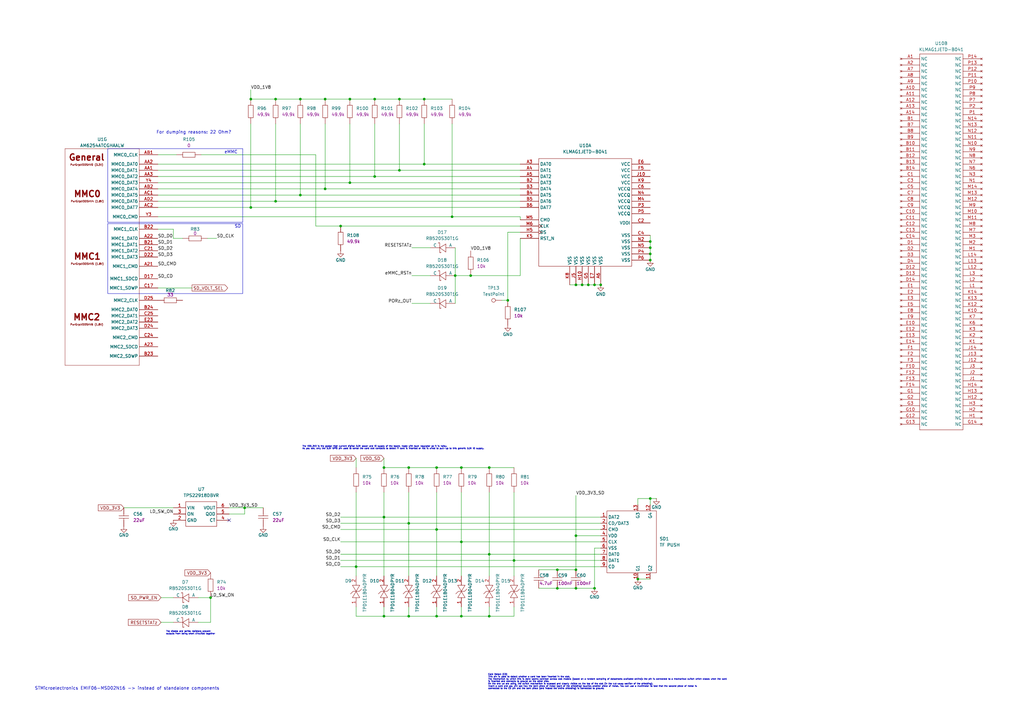
<source format=kicad_sch>
(kicad_sch (version 20250114) (generator "eeschema") (generator_version "9.0")
  (paper "A3")
  (lib_symbols
    (symbol "pepy_sym_lib:[CAP_SMD_0201_0603Metric]YAGEO CC0201KRX5R6BB104" (pin_numbers (hide yes))
      (property "Reference" "C" (at 0 3.556 0))
      (property "Nvalue" "100nF" (at 0 -3.048 0))
      (symbol "[CAP_SMD_0201_0603Metric]YAGEO CC0201KRX5R6BB104_1_1"
        (pin passive line (at -3.81 0 0) (length 2.54) (name "~") (number "1"))
        (pin passive line (at 3.81 0 180) (length 2.54) (name "~") (number "2"))
      )
    )
    (symbol "pepy_sym_lib:[CAP_SMD_0402_1005Metric]Samsung Electro-Mechanics CL05A475KP5NRNC" (pin_numbers (hide yes)) (pin_names (hide yes))
      (property "Reference" "C" (at 0 3.302 0))
      (property "Nvalue" "4.7uF" (at 0 -3.048 0))
      (symbol "[CAP_SMD_0402_1005Metric]Samsung Electro-Mechanics CL05A475KP5NRNC_1_1"
        (pin passive line (at -3.81 0 0) (length 2.54) (name "~") (number "1"))
        (pin passive line (at 3.81 0 180) (length 2.54) (name "~") (number "2"))
      )
    )
    (symbol "pepy_sym_lib:[CAP_SMD_0805_2012Metric]Samsung Electro-Mechanics CL21A226MAQNNNE" (pin_numbers (hide yes)) (pin_names (offset 0.002))
      (property "Reference" "C" (at 0 5.842 0))
      (property "Nvalue" "22uF" (at 0.254 3.556 0))
      (symbol "[CAP_SMD_0805_2012Metric]Samsung Electro-Mechanics CL21A226MAQNNNE_1_1"
        (pin passive line (at -3.81 0 0) (length 2.54) (name "~") (number "1"))
        (pin passive line (at 3.81 0 180) (length 2.54) (name "~") (number "2"))
      )
    )
    (symbol "pepy_sym_lib:[CPU]Texas Instruments AM6254ATCGHAALW"
      (property "Reference" "U" (at 0 -1.524 0))
      (property "Value" "AM6254ATCGHAALW" (at 0.254 -3.81 0))
      (symbol "[CPU]Texas Instruments AM6254ATCGHAALW_1_1"
        (text "GROUND" (at 0 78.486 0) (effects (font (size 2.54 2.54) (thickness 0.508) (bold yes))))
        (pin power_in line (at -27.94 78.74 0) (length 7.62) (name "VSS") (number "A1"))
        (pin power_in line (at -27.94 76.2 0) (length 7.62) (name "VSS") (number "A24"))
        (pin power_in line (at -27.94 73.66 0) (length 7.62) (name "VSS") (number "A25"))
        (pin power_in line (at -27.94 71.12 0) (length 7.62) (name "VSS") (number "B25"))
        (pin power_in line (at -27.94 68.58 0) (length 7.62) (name "VSS") (number "F13"))
        (pin power_in line (at -27.94 66.04 0) (length 7.62) (name "VSS") (number "G13"))
        (pin power_in line (at -27.94 63.5 0) (length 7.62) (name "VSS") (number "G19"))
        (pin power_in line (at -27.94 60.96 0) (length 7.62) (name "VSS") (number "H13"))
        (pin power_in line (at -27.94 58.42 0) (length 7.62) (name "VSS") (number "H16"))
        (pin power_in line (at -27.94 55.88 0) (length 7.62) (name "VSS") (number "H18"))
        (pin power_in line (at -27.94 53.34 0) (length 7.62) (name "VSS") (number "H20"))
        (pin power_in line (at -27.94 50.8 0) (length 7.62) (name "VSS") (number "J7"))
        (pin power_in line (at -27.94 48.26 0) (length 7.62) (name "VSS") (number "J13"))
        (pin power_in line (at -27.94 45.72 0) (length 7.62) (name "VSS") (number "K7"))
        (pin power_in line (at -27.94 43.18 0) (length 7.62) (name "VSS") (number "K13"))
        (pin power_in line (at -27.94 40.64 0) (length 7.62) (name "VSS") (number "K15"))
        (pin power_in line (at -27.94 38.1 0) (length 7.62) (name "VSS") (number "K19"))
        (pin power_in line (at -27.94 35.56 0) (length 7.62) (name "VSS") (number "L20"))
        (pin power_in line (at -27.94 33.02 0) (length 7.62) (name "VSS") (number "M7"))
        (pin power_in line (at -27.94 30.48 0) (length 7.62) (name "VSS") (number "M8"))
        (pin power_in line (at -27.94 27.94 0) (length 7.62) (name "VSS") (number "M10"))
        (pin power_in line (at -27.94 25.4 0) (length 7.62) (name "VSS") (number "M12"))
        (pin power_in line (at -27.94 22.86 0) (length 7.62) (name "VSS") (number "M13"))
        (pin power_in line (at -27.94 20.32 0) (length 7.62) (name "VSS") (number "M17"))
        (pin power_in line (at -27.94 17.78 0) (length 7.62) (name "VSS") (number "M18"))
        (pin power_in line (at -27.94 15.24 0) (length 7.62) (name "VSS") (number "N15"))
        (pin power_in line (at -27.94 12.7 0) (length 7.62) (name "VSS") (number "P7"))
        (pin power_in line (at -27.94 10.16 0) (length 7.62) (name "VSS") (number "P10"))
        (pin power_in line (at -27.94 7.62 0) (length 7.62) (name "VSS") (number "P13"))
        (pin power_in line (at -27.94 5.08 0) (length 7.62) (name "VSS") (number "R13"))
        (pin power_in line (at -27.94 2.54 0) (length 7.62) (name "VSS") (number "R15"))
        (pin power_in line (at 27.94 78.74 180) (length 7.62) (name "VSS") (number "AE25"))
        (pin power_in line (at 27.94 76.2 180) (length 7.62) (name "VSS") (number "AE24"))
        (pin power_in line (at 27.94 73.66 180) (length 7.62) (name "VSS") (number "AE16"))
        (pin power_in line (at 27.94 71.12 180) (length 7.62) (name "VSS") (number "AE12"))
        (pin power_in line (at 27.94 68.58 180) (length 7.62) (name "VSS") (number "AE8"))
        (pin power_in line (at 27.94 66.04 180) (length 7.62) (name "VSS") (number "AE1"))
        (pin power_in line (at 27.94 63.5 180) (length 7.62) (name "VSS") (number "AD25"))
        (pin power_in line (at 27.94 60.96 180) (length 7.62) (name "VSS") (number "AD16"))
        (pin power_in line (at 27.94 58.42 180) (length 7.62) (name "VSS") (number "AD12"))
        (pin power_in line (at 27.94 55.88 180) (length 7.62) (name "VSS") (number "AD9"))
        (pin power_in line (at 27.94 53.34 180) (length 7.62) (name "VSS") (number "AD1"))
        (pin power_in line (at 27.94 50.8 180) (length 7.62) (name "VSS") (number "AB9"))
        (pin power_in line (at 27.94 48.26 180) (length 7.62) (name "VSS") (number "AA11"))
        (pin power_in line (at 27.94 45.72 180) (length 7.62) (name "VSS") (number "Y2"))
        (pin power_in line (at 27.94 43.18 180) (length 7.62) (name "VSS") (number "W7"))
        (pin power_in line (at 27.94 40.64 180) (length 7.62) (name "VSS") (number "V18"))
        (pin power_in line (at 27.94 38.1 180) (length 7.62) (name "VSS") (number "V16"))
        (pin power_in line (at 27.94 35.56 180) (length 7.62) (name "VSS") (number "V13"))
        (pin power_in line (at 27.94 33.02 180) (length 7.62) (name "VSS") (number "V11"))
        (pin power_in line (at 27.94 30.48 180) (length 7.62) (name "VSS") (number "V10"))
        (pin power_in line (at 27.94 27.94 180) (length 7.62) (name "VSS") (number "V9"))
        (pin power_in line (at 27.94 25.4 180) (length 7.62) (name "VSS") (number "U19"))
        (pin power_in line (at 27.94 22.86 180) (length 7.62) (name "VSS") (number "U8"))
        (pin power_in line (at 27.94 20.32 180) (length 7.62) (name "VSS") (number "T18"))
        (pin power_in line (at 27.94 17.78 180) (length 7.62) (name "VSS") (number "T17"))
        (pin power_in line (at 27.94 15.24 180) (length 7.62) (name "VSS") (number "T16"))
        (pin power_in line (at 27.94 12.7 180) (length 7.62) (name "VSS") (number "T14"))
        (pin power_in line (at 27.94 10.16 180) (length 7.62) (name "VSS") (number "T13"))
        (pin power_in line (at 27.94 7.62 180) (length 7.62) (name "VSS") (number "T8"))
        (pin power_in line (at 27.94 5.08 180) (length 7.62) (name "VSS") (number "R20"))
        (pin power_in line (at 27.94 2.54 180) (length 7.62) (name "VSS") (number "R18"))
      )
      (symbol "[CPU]Texas Instruments AM6254ATCGHAALW_2_1"
        (text "SoC Power\n" (at 0 97.536 0) (effects (font (size 2.032 2.032) (thickness 0.508) (bold yes))))
        (pin power_in line (at -27.94 97.79 0) (length 7.62) (name "VDD_CORE") (number "H8"))
        (pin power_in line (at -27.94 95.25 0) (length 7.62) (name "VDD_CORE") (number "J11"))
        (pin power_in line (at -27.94 92.71 0) (length 7.62) (name "VDD_CORE") (number "J14"))
        (pin power_in line (at -27.94 90.17 0) (length 7.62) (name "VDD_CORE") (number "K17"))
        (pin power_in line (at -27.94 87.63 0) (length 7.62) (name "VDD_CORE") (number "L12"))
        (pin power_in line (at -27.94 85.09 0) (length 7.62) (name "VDD_CORE") (number "L15"))
        (pin power_in line (at -27.94 82.55 0) (length 7.62) (name "VDD_CORE") (number "M16"))
        (pin power_in line (at -27.94 80.01 0) (length 7.62) (name "VDD_CORE") (number "N8"))
        (pin power_in line (at -27.94 77.47 0) (length 7.62) (name "VDD_CORE") (number "N11"))
        (pin power_in line (at -27.94 74.93 0) (length 7.62) (name "VDD_CORE") (number "N13"))
        (pin power_in line (at -27.94 72.39 0) (length 7.62) (name "VDD_CORE") (number "P17"))
        (pin power_in line (at -27.94 69.85 0) (length 7.62) (name "VDD_CORE") (number "R11"))
        (pin power_in line (at -27.94 67.31 0) (length 7.62) (name "VDD_CORE") (number "R14"))
        (pin power_in line (at -27.94 64.77 0) (length 7.62) (name "VDD_CORE") (number "U12"))
        (pin power_in line (at -27.94 62.23 0) (length 7.62) (name "VDD_CORE") (number "V8"))
        (pin power_in line (at -27.94 59.69 0) (length 7.62) (name "VDD_CORE") (number "V15"))
        (pin power_in line (at -27.94 57.15 0) (length 7.62) (name "VDD_CORE") (number "V17"))
        (pin power_in line (at -27.94 53.34 0) (length 7.62) (name "VDDR_CORE") (number "K16"))
        (pin power_in line (at -27.94 50.8 0) (length 7.62) (name "VDDR_CORE") (number "N12"))
        (pin power_in line (at -27.94 48.26 0) (length 7.62) (name "VDDR_CORE") (number "N14"))
        (pin power_in line (at -27.94 45.72 0) (length 7.62) (name "VDDR_CORE") (number "P16"))
        (pin power_in line (at -27.94 43.18 0) (length 7.62) (name "VDDR_CORE") (number "R12"))
        (pin power_in line (at -27.94 40.64 0) (length 7.62) (name "VDDR_CORE") (number "T10"))
        (pin power_in line (at -27.94 38.1 0) (length 7.62) (name "VDDR_CORE") (number "U14"))
        (pin power_in line (at -27.94 35.56 0) (length 7.62) (name "VDDR_CORE") (number "J12"))
        (pin power_in line (at -27.94 31.75 0) (length 7.62) (name "VDDS_DDR") (number "K9"))
        (pin power_in line (at -27.94 29.21 0) (length 7.62) (name "VDDS_DDR") (number "L8"))
        (pin power_in line (at -27.94 26.67 0) (length 7.62) (name "VDDS_DDR") (number "P9"))
        (pin power_in line (at -27.94 24.13 0) (length 7.62) (name "VDDS_DDR") (number "R8"))
        (pin power_in line (at -27.94 20.32 0) (length 7.62) (name "VDDS_OSC0") (number "G7"))
        (pin power_in line (at -27.94 16.51 0) (length 7.62) (name "VDD_CANUART") (number "F8"))
        (pin power_in line (at -27.94 11.43 0) (length 7.62) (name "VMON_1P8_SOC") (number "G10"))
        (pin power_in line (at -27.94 8.89 0) (length 7.62) (name "VMON_3P3_SOC") (number "K10"))
        (pin power_in line (at -27.94 6.35 0) (length 7.62) (name "VMON_ER_VSYS") (number "H10"))
        (pin power_in line (at -27.94 2.54 0) (length 7.62) (name "VPP") (number "J8"))
        (pin power_in line (at 27.94 97.79 180) (length 7.62) (name "VDDSHV0") (number "F15"))
        (pin power_in line (at 27.94 95.25 180) (length 7.62) (name "VDDSHV0") (number "G14"))
        (pin power_in line (at 27.94 91.44 180) (length 7.62) (name "VDDSHV1") (number "L18"))
        (pin power_in line (at 27.94 88.9 180) (length 7.62) (name "VDDSHV1") (number "M19"))
        (pin power_in line (at 27.94 85.09 180) (length 7.62) (name "VDDSHV2") (number "W16"))
        (pin power_in line (at 27.94 82.55 180) (length 7.62) (name "VDDSHV2") (number "W19"))
        (pin power_in line (at 27.94 78.74 180) (length 7.62) (name "VDDSHV3") (number "N18"))
        (pin power_in line (at 27.94 76.2 180) (length 7.62) (name "VDDSHV3") (number "P18"))
        (pin power_in line (at 27.94 73.66 180) (length 7.62) (name "VDDSHV3") (number "T19"))
        (pin power_in line (at 27.94 71.12 180) (length 7.62) (name "VDDSHV3") (number "U18"))
        (pin power_in line (at 27.94 68.58 180) (length 7.62) (name "VDDSHV4") (number "T7"))
        (pin power_in line (at 27.94 64.77 180) (length 7.62) (name "VDDSHV5") (number "G17"))
        (pin power_in line (at 27.94 60.96 180) (length 7.62) (name "VDDSHV6") (number "J18"))
        (pin power_in line (at 27.94 57.15 180) (length 7.62) (name "VDDSHV_MCU") (number "F11"))
        (pin power_in line (at 27.94 54.61 180) (length 7.62) (name "VDDSHV_MCU") (number "G12"))
        (pin power_in line (at 27.94 50.8 180) (length 7.62) (name "VDDSHV_CANUART") (number "H9"))
        (pin power_in line (at 27.94 46.99 180) (length 7.62) (name "VDDA_TEMP0") (number "T9"))
        (pin power_in line (at 27.94 44.45 180) (length 7.62) (name "VDDA_TEMP1") (number "G16"))
        (pin power_in line (at 27.94 40.64 180) (length 7.62) (name "VDD_PLL0") (number "U11"))
        (pin power_in line (at 27.94 38.1 180) (length 7.62) (name "VDD_PLL1") (number "U15"))
        (pin power_in line (at 27.94 35.56 180) (length 7.62) (name "VDD_PLL2") (number "L14"))
        (pin power_in line (at 27.94 31.75 180) (length 7.62) (name "VDDA_MCU") (number "L11"))
        (pin power_in line (at 27.94 27.94 180) (length 7.62) (name "VDDA_1P8_OLDI0") (number "W9"))
        (pin power_in line (at 27.94 25.4 180) (length 7.62) (name "VDDA_1P8_OLDI1") (number "W10"))
        (pin power_in line (at 27.94 21.59 180) (length 7.62) (name "VDDA_CORE_USB") (number "W12"))
        (pin power_in line (at 27.94 17.78 180) (length 7.62) (name "VDDA_CORE_CSIRX0") (number "W13"))
        (pin power_in line (at 27.94 13.97 180) (length 7.62) (name "VDDA_1P8_CSIRX0") (number "W14"))
        (pin power_in line (at 27.94 10.16 180) (length 7.62) (name "VDDA_1P8_USB") (number "Y11"))
        (pin power_in line (at 27.94 6.35 180) (length 7.62) (name "VDDA_3P3_USB") (number "Y13"))
      )
      (symbol "[CPU]Texas Instruments AM6254ATCGHAALW_3_1"
        (text "CAP" (at 6.35 13.208 0) (effects (font (size 2.032 2.032) (thickness 0.508) (bold yes))))
        (pin passive line (at -21.59 22.86 0) (length 7.62) (name "CAP_VDDS0") (number "H15"))
        (pin passive line (at -21.59 20.32 0) (length 7.62) (name "CAP_VDDS1") (number "K18"))
        (pin passive line (at -21.59 17.78 0) (length 7.62) (name "CAP_VDDS2") (number "W17"))
        (pin passive line (at -21.59 15.24 0) (length 7.62) (name "CAP_VDDS3") (number "P19"))
        (pin passive line (at -21.59 12.7 0) (length 7.62) (name "CAP_VDDS4") (number "U7"))
        (pin passive line (at -21.59 10.16 0) (length 7.62) (name "CAP_VDDS5") (number "H17"))
        (pin passive line (at -21.59 7.62 0) (length 7.62) (name "CAP_VDDS6") (number "J19"))
        (pin passive line (at -21.59 5.08 0) (length 7.62) (name "CAP_VDDS_MCU") (number "H11"))
        (pin passive line (at -21.59 2.54 0) (length 7.62) (name "CAP_VDDS_CANUART") (number "G9"))
      )
      (symbol "[CPU]Texas Instruments AM6254ATCGHAALW_4_1"
        (text "CSI\n" (at -7.366 27.686 0) (effects (font (size 2.54 2.54) (thickness 0.508) (bold yes))))
        (text "PwrGrp:VDDA_1P8_CSIRX" (at -7.366 24.638 0) (effects (font (size 0.762 0.762))))
        (pin bidirectional line (at 22.86 27.94 180) (length 7.62) (name "CSI0_RXRCALIB") (number "AA14"))
        (pin bidirectional line (at 22.86 25.4 180) (length 7.62) (name "CSI0_RXCLKN") (number "AD15"))
        (pin bidirectional line (at 22.86 22.86 180) (length 7.62) (name "CSI0_RXCLKP") (number "AE15"))
        (pin bidirectional line (at 22.86 20.32 180) (length 7.62) (name "CSI0_RXN3") (number "AB12"))
        (pin bidirectional line (at 22.86 17.78 180) (length 7.62) (name "CSI0_RXP3") (number "AC13"))
        (pin bidirectional line (at 22.86 15.24 180) (length 7.62) (name "CSI0_RXN2") (number "AD13"))
        (pin bidirectional line (at 22.86 12.7 180) (length 7.62) (name "CSI0_RXP2") (number "AE13"))
        (pin bidirectional line (at 22.86 10.16 180) (length 7.62) (name "CSI0_RXP1") (number "AD14"))
        (pin bidirectional line (at 22.86 7.62 180) (length 7.62) (name "CSI0_RXP1") (number "AE14"))
        (pin bidirectional line (at 22.86 5.08 180) (length 7.62) (name "CSI0_RXN0") (number "AB14"))
        (pin bidirectional line (at 22.86 2.54 180) (length 7.62) (name "CSI0_RXP0") (number "AC15"))
      )
      (symbol "[CPU]Texas Instruments AM6254ATCGHAALW_5_1"
        (text "OLDI\n" (at -5.08 34.798 0) (effects (font (size 2.54 2.54) (thickness 0.508) (bold yes))))
        (text "PwrGrp:VDDA_1P8_OLDI" (at -5.08 31.75 0) (effects (font (size 0.762 0.762))))
        (pin bidirectional line (at 22.86 62.23 180) (length 7.62) (name "OLDI0_A0P") (number "Y6"))
        (pin bidirectional line (at 22.86 59.69 180) (length 7.62) (name "OLDI0_A0N") (number "AA5"))
        (pin bidirectional line (at 22.86 55.88 180) (length 7.62) (name "OLDI0_A1P") (number "AB4"))
        (pin bidirectional line (at 22.86 53.34 180) (length 7.62) (name "OLDI0_A1N") (number "AD3"))
        (pin bidirectional line (at 22.86 49.53 180) (length 7.62) (name "OLDI0_A2P") (number "AA8"))
        (pin bidirectional line (at 22.86 46.99 180) (length 7.62) (name "OLDI0_A2N") (number "Y8"))
        (pin bidirectional line (at 22.86 43.18 180) (length 7.62) (name "OLDI0_A3P") (number "AA7"))
        (pin bidirectional line (at 22.86 40.64 180) (length 7.62) (name "OLDI0_A3N") (number "AB6"))
        (pin bidirectional line (at 22.86 36.83 180) (length 7.62) (name "OLDI0_A4P") (number "AC5"))
        (pin bidirectional line (at 22.86 34.29 180) (length 7.62) (name "OLDI0_A4N") (number "AC6"))
        (pin bidirectional line (at 22.86 30.48 180) (length 7.62) (name "OLDI0_A5P") (number "AD6"))
        (pin bidirectional line (at 22.86 27.94 180) (length 7.62) (name "OLDI0_A5N") (number "AE5"))
        (pin bidirectional line (at 22.86 24.13 180) (length 7.62) (name "OLDI0_A6P") (number "AD7"))
        (pin bidirectional line (at 22.86 21.59 180) (length 7.62) (name "OLDI0_A6N") (number "AE6"))
        (pin bidirectional line (at 22.86 17.78 180) (length 7.62) (name "OLDI0_A7P") (number "AE7"))
        (pin bidirectional line (at 22.86 15.24 180) (length 7.62) (name "OLDI0_A7N") (number "AD8"))
        (pin bidirectional line (at 22.86 11.43 180) (length 7.62) (name "OLDI0_CLK0P") (number "AE3"))
        (pin bidirectional line (at 22.86 8.89 180) (length 7.62) (name "OLDI0_CLK0N") (number "AD4"))
        (pin bidirectional line (at 22.86 5.08 180) (length 7.62) (name "OLDI0_CLK1P") (number "AD5"))
        (pin bidirectional line (at 22.86 2.54 180) (length 7.62) (name "OLDI0_CLK1N") (number "AE4"))
      )
      (symbol "[CPU]Texas Instruments AM6254ATCGHAALW_6_1"
        (text "DDR\n" (at -0.762 114.554 0) (effects (font (size 2.54 2.54) (thickness 0.508) (bold yes))))
        (text "PwrGrp:VDDS_DDR,\nVDDS_DDR_C" (at -0.762 111.506 0) (effects (font (size 0.762 0.762))))
        (pin bidirectional line (at -27.94 115.57 0) (length 7.62) (name "DDR0_DQ0") (number "F4"))
        (pin bidirectional line (at -27.94 113.03 0) (length 7.62) (name "DDR0_DQ1") (number "G5"))
        (pin bidirectional line (at -27.94 110.49 0) (length 7.62) (name "DDR0_DQ2") (number "F3"))
        (pin bidirectional line (at -27.94 107.95 0) (length 7.62) (name "DDR0_DQ3") (number "H6"))
        (pin bidirectional line (at -27.94 105.41 0) (length 7.62) (name "DDR0_DQ4") (number "E3"))
        (pin bidirectional line (at -27.94 102.87 0) (length 7.62) (name "DDR0_DQ5") (number "G2"))
        (pin bidirectional line (at -27.94 100.33 0) (length 7.62) (name "DDR0_DQ6") (number "F2"))
        (pin bidirectional line (at -27.94 97.79 0) (length 7.62) (name "DDR0_DQ7") (number "F1"))
        (pin bidirectional line (at -27.94 95.25 0) (length 7.62) (name "DDR0_DQ8") (number "U1"))
        (pin bidirectional line (at -27.94 92.71 0) (length 7.62) (name "DDR0_DQ9") (number "U3"))
        (pin bidirectional line (at -27.94 90.17 0) (length 7.62) (name "DDR0_DQ10") (number "U2"))
        (pin bidirectional line (at -27.94 87.63 0) (length 7.62) (name "DDR0_DQ11") (number "V5"))
        (pin bidirectional line (at -27.94 85.09 0) (length 7.62) (name "DDR0_DQ12") (number "W2"))
        (pin bidirectional line (at -27.94 82.55 0) (length 7.62) (name "DDR0_DQ13") (number "V6"))
        (pin bidirectional line (at -27.94 80.01 0) (length 7.62) (name "DDR0_DQ14") (number "Y1"))
        (pin bidirectional line (at -27.94 77.47 0) (length 7.62) (name "DDR0_DQ15") (number "W1"))
        (pin bidirectional line (at -27.94 73.66 0) (length 7.62) (name "DDR0_BA0") (number "M1"))
        (pin bidirectional line (at -27.94 71.12 0) (length 7.62) (name "DDR0_BA1") (number "N1"))
        (pin bidirectional line (at -27.94 67.31 0) (length 7.62) (name "DDR0_BG0") (number "T4"))
        (pin bidirectional line (at -27.94 64.77 0) (length 7.62) (name "DDR0_BG1") (number "N2"))
        (pin bidirectional line (at -27.94 60.96 0) (length 7.62) (name "DDR0_ATB0") (number "T2"))
        (pin bidirectional line (at -27.94 58.42 0) (length 7.62) (name "DDR0_ATB1") (number "U4"))
        (pin bidirectional line (at -27.94 54.61 0) (length 7.62) (name "DDR0_CK0") (number "L1"))
        (pin bidirectional line (at -27.94 52.07 0) (length 7.62) (name "DDR0_CK0_N") (number "L2"))
        (pin bidirectional line (at -27.94 48.26 0) (length 7.62) (name "DDR0_CKE0") (number "H2"))
        (pin bidirectional line (at -27.94 45.72 0) (length 7.62) (name "DDR0_CKE1") (number "J4"))
        (pin bidirectional line (at -27.94 41.91 0) (length 7.62) (name "DDR0_CS0_N") (number "L6"))
        (pin bidirectional line (at -27.94 39.37 0) (length 7.62) (name "DDR0_CS1_N") (number "K2"))
        (pin bidirectional line (at -27.94 35.56 0) (length 7.62) (name "DDR0_ODT0") (number "H1"))
        (pin bidirectional line (at -27.94 33.02 0) (length 7.62) (name "DDR0_ODT1") (number "J3"))
        (pin bidirectional line (at -27.94 29.21 0) (length 7.62) (name "DDR0_ACT_N") (number "N6"))
        (pin bidirectional line (at -27.94 25.4 0) (length 7.62) (name "DDR0_ALERT_N") (number "R3"))
        (pin bidirectional line (at -27.94 21.59 0) (length 7.62) (name "DDR0_CAL0") (number "M2"))
        (pin bidirectional line (at -27.94 17.78 0) (length 7.62) (name "DDR0_CAS_N") (number "M4"))
        (pin bidirectional line (at -27.94 13.97 0) (length 7.62) (name "DDR0_PAR") (number "T1"))
        (pin bidirectional line (at -27.94 10.16 0) (length 7.62) (name "DDR0_RAS_N") (number "M5"))
        (pin bidirectional line (at -27.94 6.35 0) (length 7.62) (name "DDR0_RESET0_N") (number "G1"))
        (pin bidirectional line (at -27.94 2.54 0) (length 7.62) (name "DDR0_WE_N") (number "N3"))
        (pin bidirectional line (at 26.67 115.57 180) (length 7.62) (name "DDR0_DM0") (number "H5"))
        (pin bidirectional line (at 26.67 113.03 180) (length 7.62) (name "DDR0_DM1") (number "W5"))
        (pin bidirectional line (at 26.67 109.22 180) (length 7.62) (name "DDR0_A0") (number "J1"))
        (pin bidirectional line (at 26.67 106.68 180) (length 7.62) (name "DDR0_A1") (number "J2"))
        (pin bidirectional line (at 26.67 104.14 180) (length 7.62) (name "DDR0_A2") (number "K3"))
        (pin bidirectional line (at 26.67 101.6 180) (length 7.62) (name "DDR0_A3") (number "L5"))
        (pin bidirectional line (at 26.67 99.06 180) (length 7.62) (name "DDR0_A4") (number "K4"))
        (pin bidirectional line (at 26.67 96.52 180) (length 7.62) (name "DDR0_A5") (number "K1"))
        (pin bidirectional line (at 26.67 93.98 180) (length 7.62) (name "DDR0_A6") (number "R2"))
        (pin bidirectional line (at 26.67 91.44 180) (length 7.62) (name "DDR0_A7") (number "P2"))
        (pin bidirectional line (at 26.67 88.9 180) (length 7.62) (name "DDR0_A8") (number "P1"))
        (pin bidirectional line (at 26.67 86.36 180) (length 7.62) (name "DDR0_A9") (number "P4"))
        (pin bidirectional line (at 26.67 83.82 180) (length 7.62) (name "DDR0_A10") (number "R5"))
        (pin bidirectional line (at 26.67 81.28 180) (length 7.62) (name "DDR0_A11") (number "P5"))
        (pin bidirectional line (at 26.67 78.74 180) (length 7.62) (name "DDR0_A12") (number "R6"))
        (pin bidirectional line (at 26.67 76.2 180) (length 7.62) (name "DDR0_A13") (number "R1"))
        (pin bidirectional line (at 26.67 72.39 180) (length 7.62) (name "DDR0_DQS0") (number "E1"))
        (pin bidirectional line (at 26.67 69.85 180) (length 7.62) (name "DDR0_DQS0_N") (number "E2"))
        (pin bidirectional line (at 26.67 66.04 180) (length 7.62) (name "DDR0_DQS1") (number "V1"))
        (pin bidirectional line (at 26.67 63.5 180) (length 7.62) (name "DDR0_DQS1_N") (number "V2"))
      )
      (symbol "[CPU]Texas Instruments AM6254ATCGHAALW_7_1"
        (text "General" (at -7.62 85.344 0) (effects (font (size 2.54 2.54) (thickness 0.508) (bold yes))))
        (text "PwrGrp:VDDSHV0 (3.3V)\n" (at -7.62 82.296 0) (effects (font (size 0.762 0.762))))
        (text "MMC2" (at -7.62 19.812 0) (effects (font (size 2.54 2.54) (thickness 0.508) (bold yes))))
        (text "PwrGrp:VDDSHV6 (1.8V)\n" (at -7.62 16.764 0) (effects (font (size 0.762 0.762))))
        (text "MMC0\n" (at -7.366 70.358 0) (effects (font (size 2.54 2.54) (thickness 0.508) (bold yes))))
        (text "PwrGrp:VDDSHV4 (1.8V)\n" (at -7.366 67.31 0) (effects (font (size 0.762 0.762))))
        (text "MMC1\n" (at -7.366 44.704 0) (effects (font (size 2.54 2.54) (thickness 0.508) (bold yes))))
        (text "PwrGrp:VDDSHV5 (1.8V)\n" (at -7.366 41.656 0) (effects (font (size 0.762 0.762))))
        (pin bidirectional line (at 21.59 86.36 180) (length 7.62) (name "MMC0_CLK") (number "AB1"))
        (pin bidirectional line (at 21.59 82.55 180) (length 7.62) (name "MMC0_DAT0") (number "AA2"))
        (pin bidirectional line (at 21.59 80.01 180) (length 7.62) (name "MMC0_DAT1") (number "AA1"))
        (pin bidirectional line (at 21.59 77.47 180) (length 7.62) (name "MMC0_DAT2") (number "AA3"))
        (pin bidirectional line (at 21.59 74.93 180) (length 7.62) (name "MMC0_DAT3") (number "Y4"))
        (pin bidirectional line (at 21.59 72.39 180) (length 7.62) (name "MMC0_DAT4") (number "AB2"))
        (pin bidirectional line (at 21.59 69.85 180) (length 7.62) (name "MMC0_DAT5") (number "AC1"))
        (pin bidirectional line (at 21.59 67.31 180) (length 7.62) (name "MMC0_DAT6") (number "AD2"))
        (pin bidirectional line (at 21.59 64.77 180) (length 7.62) (name "MMC0_DAT7") (number "AC2"))
        (pin bidirectional line (at 21.59 60.96 180) (length 7.62) (name "MMC0_CMD") (number "Y3"))
        (pin bidirectional line (at 21.59 55.88 180) (length 7.62) (name "MMC1_CLK") (number "B22"))
        (pin bidirectional line (at 21.59 52.07 180) (length 7.62) (name "MMC1_DAT0") (number "A22"))
        (pin bidirectional line (at 21.59 49.53 180) (length 7.62) (name "MMC1_DAT1") (number "B21"))
        (pin bidirectional line (at 21.59 46.99 180) (length 7.62) (name "MMC1_DAT2") (number "C21"))
        (pin bidirectional line (at 21.59 44.45 180) (length 7.62) (name "MMC1_DAT3") (number "D22"))
        (pin bidirectional line (at 21.59 40.64 180) (length 7.62) (name "MMC1_CMD") (number "A21"))
        (pin bidirectional line (at 21.59 35.56 180) (length 7.62) (name "MMC1_SDCD") (number "D17"))
        (pin bidirectional line (at 21.59 31.75 180) (length 7.62) (name "MMC1_SDWP") (number "C17"))
        (pin bidirectional line (at 21.59 26.67 180) (length 7.62) (name "MMC2_CLK") (number "D25"))
        (pin bidirectional line (at 21.59 22.86 180) (length 7.62) (name "MMC2_DAT0") (number "B24"))
        (pin bidirectional line (at 21.59 20.32 180) (length 7.62) (name "MMC2_DAT1") (number "C25"))
        (pin bidirectional line (at 21.59 17.78 180) (length 7.62) (name "MMC2_DAT2") (number "E23"))
        (pin bidirectional line (at 21.59 15.24 180) (length 7.62) (name "MMC2_DAT3") (number "D24"))
        (pin bidirectional line (at 21.59 11.43 180) (length 7.62) (name "MMC2_CMD") (number "C24"))
        (pin bidirectional line (at 21.59 7.62 180) (length 7.62) (name "MMC2_SDCD") (number "A23"))
        (pin bidirectional line (at 21.59 3.81 180) (length 7.62) (name "MMC2_SDWP") (number "B23"))
      )
      (symbol "[CPU]Texas Instruments AM6254ATCGHAALW_8_1"
        (text "RGMII1" (at -7.366 36.576 0) (effects (font (size 2.54 2.54) (thickness 0.508) (bold yes))))
        (text "PwrGrp:VDDSHV2" (at -7.366 33.528 0) (effects (font (size 0.762 0.762))))
        (pin bidirectional line (at 22.86 36.83 180) (length 7.62) (name "RGMII1_RD0") (number "AB17"))
        (pin bidirectional line (at 22.86 34.29 180) (length 7.62) (name "RGMII1_RD0") (number "AC17"))
        (pin bidirectional line (at 22.86 31.75 180) (length 7.62) (name "RGMII1_RD2") (number "AB16"))
        (pin bidirectional line (at 22.86 29.21 180) (length 7.62) (name "RGMII1_RD3") (number "AA15"))
        (pin bidirectional line (at 22.86 25.4 180) (length 7.62) (name "RGMII1_RXC") (number "AD17"))
        (pin bidirectional line (at 22.86 21.59 180) (length 7.62) (name "RGMII1_RX_CTL") (number "AE17"))
        (pin bidirectional line (at 22.86 17.78 180) (length 7.62) (name "RGMII1_TD0") (number "AE20"))
        (pin bidirectional line (at 22.86 15.24 180) (length 7.62) (name "RGMII1_TD1") (number "AD20"))
        (pin bidirectional line (at 22.86 12.7 180) (length 7.62) (name "RGMII1_TD2") (number "AE18"))
        (pin bidirectional line (at 22.86 10.16 180) (length 7.62) (name "RGMII1_TD3") (number "AD18"))
        (pin bidirectional line (at 22.86 6.35 180) (length 7.62) (name "RGMII1_TXC") (number "AE19"))
        (pin bidirectional line (at 22.86 2.54 180) (length 7.62) (name "RMII1_TX_CTL") (number "AD19"))
      )
      (symbol "[CPU]Texas Instruments AM6254ATCGHAALW_9_1"
        (text "RGMII2\n" (at 6.858 36.83 0) (effects (font (size 2.54 2.54) (thickness 0.508) (bold yes))))
        (text "PwrGrp:VDDSHV2" (at 6.858 33.782 0) (effects (font (size 0.762 0.762))))
        (pin bidirectional line (at -24.13 36.83 0) (length 7.62) (name "RMII2_TX_CTL") (number "AA19"))
        (pin bidirectional line (at -24.13 33.02 0) (length 7.62) (name "RGMII2_TXC") (number "AE21"))
        (pin bidirectional line (at -24.13 29.21 0) (length 7.62) (name "RGMII2_TD3") (number "AC20"))
        (pin bidirectional line (at -24.13 26.67 0) (length 7.62) (name "RGMII2_TD2") (number "AD21"))
        (pin bidirectional line (at -24.13 24.13 0) (length 7.62) (name "RGMII2_TD1") (number "AA18"))
        (pin bidirectional line (at -24.13 21.59 0) (length 7.62) (name "RGMII2_TD0") (number "Y18"))
        (pin bidirectional line (at -24.13 17.78 0) (length 7.62) (name "RGMII2_RX_CTL") (number "AD22"))
        (pin bidirectional line (at -24.13 13.97 0) (length 7.62) (name "RGMII2_RXC") (number "AD23"))
        (pin bidirectional line (at -24.13 10.16 0) (length 7.62) (name "RGMII2_RD3") (number "AE22"))
        (pin bidirectional line (at -24.13 7.62 0) (length 7.62) (name "RGMII2_RD2") (number "AC21"))
        (pin bidirectional line (at -24.13 5.08 0) (length 7.62) (name "RGMII2_RD1") (number "AB20"))
        (pin bidirectional line (at -24.13 2.54 0) (length 7.62) (name "RGMII2_RD0") (number "AE23"))
      )
      (symbol "[CPU]Texas Instruments AM6254ATCGHAALW_10_1"
        (text "VOUT0\n" (at 6.858 55.88 0) (effects (font (size 2.54 2.54) (thickness 0.508) (bold yes))))
        (text "PwrGrp:VDDSHV3\n(1.8V)\n" (at 6.858 52.832 0) (effects (font (size 0.762 0.762))))
        (pin bidirectional line (at -24.13 55.88 0) (length 7.62) (name "VOUT0_DATA0") (number "U22"))
        (pin bidirectional line (at -24.13 53.34 0) (length 7.62) (name "VOUT0_DATA1") (number "V24"))
        (pin bidirectional line (at -24.13 50.8 0) (length 7.62) (name "VOUT0_DATA2") (number "W25"))
        (pin bidirectional line (at -24.13 48.26 0) (length 7.62) (name "VOUT0_DATA3") (number "W24"))
        (pin bidirectional line (at -24.13 45.72 0) (length 7.62) (name "VOUT0_DATA4") (number "Y25"))
        (pin bidirectional line (at -24.13 43.18 0) (length 7.62) (name "VOUT0_DATA5") (number "Y24"))
        (pin bidirectional line (at -24.13 40.64 0) (length 7.62) (name "VOUT0_DATA6") (number "Y23"))
        (pin bidirectional line (at -24.13 38.1 0) (length 7.62) (name "VOUT0_DATA7") (number "AA25"))
        (pin bidirectional line (at -24.13 35.56 0) (length 7.62) (name "VOUT0_DATA8") (number "V21"))
        (pin bidirectional line (at -24.13 33.02 0) (length 7.62) (name "VOUT0_DATA9") (number "W21"))
        (pin bidirectional line (at -24.13 30.48 0) (length 7.62) (name "VOUT0_DATA10") (number "V20"))
        (pin bidirectional line (at -24.13 27.94 0) (length 7.62) (name "VOUT0_DATA11") (number "AA23"))
        (pin bidirectional line (at -24.13 25.4 0) (length 7.62) (name "VOUT0_DATA12") (number "AB25"))
        (pin bidirectional line (at -24.13 22.86 0) (length 7.62) (name "VOUT0_DATA13") (number "AA24"))
        (pin bidirectional line (at -24.13 20.32 0) (length 7.62) (name "VOUT0_DATA14") (number "Y22"))
        (pin bidirectional line (at -24.13 17.78 0) (length 7.62) (name "VOUT0_DATA15") (number "AA21"))
        (pin bidirectional line (at -24.13 13.97 0) (length 7.62) (name "VOUT0_PCLK") (number "AC24"))
        (pin bidirectional line (at -24.13 10.16 0) (length 7.62) (name "VOUT0_DE") (number "Y20"))
        (pin bidirectional line (at -24.13 6.35 0) (length 7.62) (name "VOUT0_VSYNC") (number "AC25"))
        (pin bidirectional line (at -24.13 2.54 0) (length 7.62) (name "VOUT0_HSYNC") (number "AB24"))
      )
      (symbol "[CPU]Texas Instruments AM6254ATCGHAALW_11_1"
        (text "COMM" (at -2.032 24.384 0) (effects (font (size 2.54 2.54) (thickness 0.508) (bold yes))))
        (text "PwrGrp:VDDSHV0\n(3.3V)" (at -2.032 21.336 0) (effects (font (size 0.762 0.762))))
        (pin bidirectional line (at -29.21 25.4 0) (length 7.62) (name "I2C0_SCL") (number "B16"))
        (pin bidirectional line (at -29.21 22.86 0) (length 7.62) (name "I2C0_SDA") (number "A16"))
        (pin bidirectional line (at -29.21 19.05 0) (length 7.62) (name "I2C1_SCL") (number "B17"))
        (pin bidirectional line (at -29.21 16.51 0) (length 7.62) (name "I2C1_SDA") (number "A17"))
        (pin bidirectional line (at -29.21 12.7 0) (length 7.62) (name "SPI0_CLK") (number "A14"))
        (pin bidirectional line (at -29.21 10.16 0) (length 7.62) (name "SPI0_D0") (number "B13"))
        (pin bidirectional line (at -29.21 7.62 0) (length 7.62) (name "SPI0_D1") (number "B14"))
        (pin bidirectional line (at -29.21 5.08 0) (length 7.62) (name "SPI0_CS0") (number "A13"))
        (pin bidirectional line (at -29.21 2.54 0) (length 7.62) (name "SPI0_CS1") (number "C13"))
        (pin bidirectional line (at 25.4 25.4 180) (length 7.62) (name "MCAN0_RX") (number "E15"))
        (pin bidirectional line (at 25.4 22.86 180) (length 7.62) (name "MCAN0_TX") (number "C15"))
        (pin bidirectional line (at 25.4 19.05 180) (length 7.62) (name "UART0_CTSN") (number "A15"))
        (pin bidirectional line (at 25.4 16.51 180) (length 7.62) (name "UART0_RTSN") (number "B15"))
        (pin bidirectional line (at 25.4 12.7 180) (length 7.62) (name "UART0_RXD") (number "D14"))
        (pin bidirectional line (at 25.4 10.16 180) (length 7.62) (name "UART0_TXD") (number "E14"))
        (pin bidirectional line (at 25.4 6.35 180) (length 7.62) (name "EXT_REFCLK1") (number "A18"))
      )
      (symbol "[CPU]Texas Instruments AM6254ATCGHAALW_12_1"
        (text "OSPI" (at -7.366 42.926 0) (effects (font (size 2.54 2.54) (thickness 0.508) (bold yes))))
        (text "PwrGrp:VDDSHV1\n(3.3V)" (at -7.366 39.878 0) (effects (font (size 0.762 0.762))))
        (pin bidirectional line (at 22.86 43.18 180) (length 7.62) (name "OSPI0_CLK") (number "H24"))
        (pin bidirectional line (at 22.86 39.37 180) (length 7.62) (name "OSPI0_D0") (number "E25"))
        (pin bidirectional line (at 22.86 36.83 180) (length 7.62) (name "OSPI0_D1") (number "G24"))
        (pin bidirectional line (at 22.86 34.29 180) (length 7.62) (name "OSPI0_D2") (number "F25"))
        (pin bidirectional line (at 22.86 31.75 180) (length 7.62) (name "OSPI0_D3") (number "F24"))
        (pin bidirectional line (at 22.86 29.21 180) (length 7.62) (name "OSPI0_D4") (number "J23"))
        (pin bidirectional line (at 22.86 26.67 180) (length 7.62) (name "OSPI0_D5") (number "J25"))
        (pin bidirectional line (at 22.86 24.13 180) (length 7.62) (name "OSPI0_D6") (number "H25"))
        (pin bidirectional line (at 22.86 21.59 180) (length 7.62) (name "OSPI0_D7") (number "J22"))
        (pin bidirectional line (at 22.86 17.78 180) (length 7.62) (name "OSPI0_CSN0") (number "F23"))
        (pin bidirectional line (at 22.86 15.24 180) (length 7.62) (name "OSPI0_CSN1") (number "G21"))
        (pin bidirectional line (at 22.86 12.7 180) (length 7.62) (name "OSPI0_CSN2") (number "H21"))
        (pin bidirectional line (at 22.86 10.16 180) (length 7.62) (name "OSPI0_CSN3") (number "E24"))
        (pin bidirectional line (at 22.86 6.35 180) (length 7.62) (name "OSPI0_DQS") (number "J24"))
        (pin bidirectional line (at 22.86 2.54 180) (length 7.62) (name "OSPI0_LBCLKO") (number "G25"))
      )
      (symbol "[CPU]Texas Instruments AM6254ATCGHAALW_13_1"
        (text "MCASP0" (at -6.096 22.606 0) (effects (font (size 2.54 2.54) (thickness 0.508) (bold yes))))
        (text "PwrGrp:VDDSHV0\n(3.3V)" (at -6.096 19.558 0) (effects (font (size 0.762 0.762))))
        (pin bidirectional line (at 24.13 22.86 180) (length 7.62) (name "MCASP0_AXR0") (number "E18"))
        (pin bidirectional line (at 24.13 20.32 180) (length 7.62) (name "MCASP0_AXR1") (number "B18"))
        (pin bidirectional line (at 24.13 17.78 180) (length 7.62) (name "MCASP0_AXR2") (number "A19"))
        (pin bidirectional line (at 24.13 15.24 180) (length 7.62) (name "MCASP0_AXR3") (number "B19"))
        (pin bidirectional line (at 24.13 11.43 180) (length 7.62) (name "MCASP0_ACLKX") (number "B20"))
        (pin bidirectional line (at 24.13 8.89 180) (length 7.62) (name "MCASP0_ACLKR") (number "A20"))
        (pin bidirectional line (at 24.13 5.08 180) (length 7.62) (name "MCASP0_AFSX") (number "D20"))
        (pin bidirectional line (at 24.13 2.54 180) (length 7.62) (name "MCASP0_AFSR") (number "E19"))
      )
      (symbol "[CPU]Texas Instruments AM6254ATCGHAALW_14_1"
        (text "GPMC" (at -7.366 86.614 0) (effects (font (size 2.54 2.54) (thickness 0.508) (bold yes))))
        (text "PwrGrp:VDDSHV3\n(1.8V)" (at -7.366 83.566 0) (effects (font (size 0.762 0.762))))
        (pin bidirectional line (at 21.59 88.9 180) (length 7.62) (name "GPMC0_CLK") (number "P25"))
        (pin bidirectional line (at 21.59 85.09 180) (length 7.62) (name "GPMC0_AD0") (number "M25"))
        (pin bidirectional line (at 21.59 82.55 180) (length 7.62) (name "GPMC0_AD1") (number "N23"))
        (pin bidirectional line (at 21.59 80.01 180) (length 7.62) (name "GPMC0_AD2") (number "N24"))
        (pin bidirectional line (at 21.59 77.47 180) (length 7.62) (name "GPMC0_AD3") (number "N25"))
        (pin bidirectional line (at 21.59 74.93 180) (length 7.62) (name "GPMC0_AD4") (number "P24"))
        (pin bidirectional line (at 21.59 72.39 180) (length 7.62) (name "GPMC0_AD5") (number "P22"))
        (pin bidirectional line (at 21.59 69.85 180) (length 7.62) (name "GPMC0_AD6") (number "P21"))
        (pin bidirectional line (at 21.59 67.31 180) (length 7.62) (name "GPMC0_AD7") (number "R23"))
        (pin bidirectional line (at 21.59 64.77 180) (length 7.62) (name "GPMC0_AD8") (number "R24"))
        (pin bidirectional line (at 21.59 62.23 180) (length 7.62) (name "GPMC0_AD9") (number "R25"))
        (pin bidirectional line (at 21.59 59.69 180) (length 7.62) (name "GPMC0_AD10") (number "T25"))
        (pin bidirectional line (at 21.59 57.15 180) (length 7.62) (name "GPMC0_AD11") (number "R21"))
        (pin bidirectional line (at 21.59 54.61 180) (length 7.62) (name "GPMC0_AD12") (number "T22"))
        (pin bidirectional line (at 21.59 52.07 180) (length 7.62) (name "GPMC0_AD13") (number "T24"))
        (pin bidirectional line (at 21.59 49.53 180) (length 7.62) (name "GPMC0_AD14") (number "U25"))
        (pin bidirectional line (at 21.59 46.99 180) (length 7.62) (name "GPMC0_AD15") (number "U24"))
        (pin bidirectional line (at 21.59 43.18 180) (length 7.62) (name "GPMC0_CSN0") (number "M21"))
        (pin bidirectional line (at 21.59 40.64 180) (length 7.62) (name "GPMC0_CSN1") (number "L21"))
        (pin bidirectional line (at 21.59 38.1 180) (length 7.62) (name "GPMC0_CSN2") (number "K22"))
        (pin bidirectional line (at 21.59 35.56 180) (length 7.62) (name "GPMC0_CSN3") (number "K24"))
        (pin bidirectional line (at 21.59 31.75 180) (length 7.62) (name "GPMC0_ADVN_ALE") (number "L23"))
        (pin bidirectional line (at 21.59 27.94 180) (length 7.62) (name "GPMC0_ADVN_CLE") (number "M24"))
        (pin bidirectional line (at 21.59 24.13 180) (length 7.62) (name "GPMC0_BE1N") (number "N20"))
        (pin bidirectional line (at 21.59 20.32 180) (length 7.62) (name "GPMC0_DIR") (number "M22"))
        (pin bidirectional line (at 21.59 16.51 180) (length 7.62) (name "GPMC0_WAIT0") (number "U23"))
        (pin bidirectional line (at 21.59 13.97 180) (length 7.62) (name "GPMC0_WAIT1") (number "V25"))
        (pin bidirectional line (at 21.59 10.16 180) (length 7.62) (name "GPMC0_WPN") (number "K25"))
        (pin bidirectional line (at 21.59 6.35 180) (length 7.62) (name "GPMC0_OEN_REN") (number "L24"))
        (pin bidirectional line (at 21.59 2.54 180) (length 7.62) (name "GPMC0_WEN") (number "L25"))
      )
      (symbol "[CPU]Texas Instruments AM6254ATCGHAALW_15_1"
        (text "USB0\n" (at -8.636 35.306 0) (effects (font (size 2.54 2.54) (thickness 0.508) (bold yes))))
        (text "PwrGrp:VDDA_1P8_USB,\nVDDA_3P3_USB" (at -8.636 32.258 0) (effects (font (size 0.762 0.762))))
        (text "General\n" (at -8.636 7.62 0) (effects (font (size 2.54 2.54) (thickness 0.508) (bold yes))))
        (text "PwrGrp:VDDSHV0\n(3.3V)" (at -8.636 4.572 0) (effects (font (size 0.762 0.762))))
        (text "USB1" (at -8.128 20.574 0) (effects (font (size 2.54 2.54) (thickness 0.508) (bold yes))))
        (text "PwrGrp:VDDA_1P8_USB,\nVDDA_3P3_USB" (at -8.128 17.526 0) (effects (font (size 0.762 0.762))))
        (pin bidirectional line (at 21.59 35.56 180) (length 7.62) (name "USB0_DP") (number "AD11"))
        (pin bidirectional line (at 21.59 33.02 180) (length 7.62) (name "USB0_DM") (number "AE11"))
        (pin bidirectional line (at 21.59 29.21 180) (length 7.62) (name "USB0_RCALIB") (number "AE10"))
        (pin bidirectional line (at 21.59 25.4 180) (length 7.62) (name "USB0_VBUS") (number "AC11"))
        (pin bidirectional line (at 21.59 20.32 180) (length 7.62) (name "USB1_DP") (number "AE9"))
        (pin bidirectional line (at 21.59 17.78 180) (length 7.62) (name "USB1_DM") (number "AD10"))
        (pin bidirectional line (at 21.59 13.97 180) (length 7.62) (name "USB1_RCALIB") (number "AC9"))
        (pin bidirectional line (at 21.59 10.16 180) (length 7.62) (name "USB1_VBUS") (number "AB10"))
        (pin bidirectional line (at 21.59 5.08 180) (length 7.62) (name "USB0_DRVVBUS") (number "C20"))
        (pin bidirectional line (at 21.59 2.54 180) (length 7.62) (name "USB1_DRVVBUS") (number "F18"))
      )
      (symbol "[CPU]Texas Instruments AM6254ATCGHAALW_16_1"
        (text "OSC0" (at -8.636 31.496 0) (effects (font (size 2.54 2.54) (thickness 0.508) (bold yes))))
        (text "PwrGrp:VDDS_OSC\n(1.8V)" (at -8.636 28.448 0) (effects (font (size 0.762 0.762))))
        (text "PwrGrp:VDDSHV0\n(3.3V)" (at -7.62 2.54 0) (effects (font (size 0.762 0.762))))
        (text "General\n" (at -7.366 6.096 0) (effects (font (size 2.54 2.54) (thickness 0.508) (bold yes))))
        (text "MCU GEN" (at -7.112 17.526 0) (effects (font (size 2.54 2.54) (thickness 0.508) (bold yes))))
        (text "PwrGrp:VDDSHV_MCU\n(1.8V)" (at -6.858 14.478 0) (effects (font (size 0.762 0.762))))
        (pin bidirectional line (at 21.59 31.75 180) (length 7.62) (name "MCU_ERRORN") (number "D1"))
        (pin bidirectional line (at 21.59 27.94 180) (length 7.62) (name "MCU_PORZ") (number "D2"))
        (pin bidirectional line (at 21.59 22.86 180) (length 7.62) (name "MCU_RESETSTATZ") (number "B12"))
        (pin bidirectional line (at 21.59 20.32 180) (length 7.62) (name "MCU_RESETZ") (number "E11"))
        (pin bidirectional line (at 21.59 15.24 180) (length 7.62) (name "EXTINTN") (number "D16"))
        (pin bidirectional line (at 21.59 11.43 180) (length 7.62) (name "PORT_OUT") (number "E21"))
        (pin bidirectional line (at 21.59 7.62 180) (length 7.62) (name "RESET_REQZ") (number "F20"))
        (pin bidirectional line (at 21.59 3.81 180) (length 7.62) (name "RESETSTATZ") (number "F22"))
      )
      (symbol "[CPU]Texas Instruments AM6254ATCGHAALW_17_1"
        (text "CANUART" (at -8.636 11.43 0) (effects (font (size 2.54 2.54) (thickness 0.508) (bold yes))))
        (text "PwrGrp:VDDSHV_CANUART\n(3.3V)" (at -8.382 8.128 0) (effects (font (size 0.762 0.762))))
        (text "MCU GEN" (at -8.128 34.544 0) (effects (font (size 2.54 2.54) (thickness 0.508) (bold yes))))
        (text "OSC0" (at -8.128 24.384 0) (effects (font (size 2.54 2.54) (thickness 0.508) (bold yes))))
        (text "RGMII" (at -7.874 44.958 0) (effects (font (size 2.54 2.54) (thickness 0.508) (bold yes))))
        (text "PwrGrp:VDDSHV2" (at -7.874 41.91 0) (effects (font (size 0.762 0.762))))
        (text "PwrGrp:VDDSHV_MCU\n(1.8V)" (at -7.874 31.496 0) (effects (font (size 0.762 0.762))))
        (text "PwrGrp:VDDS_OSC" (at -7.366 20.574 0) (effects (font (size 0.762 0.762))))
        (pin bidirectional line (at 26.67 45.72 180) (length 7.62) (name "MDIO0_MDC") (number "AD24"))
        (pin bidirectional line (at 26.67 41.91 180) (length 7.62) (name "MDIO0_MDIO") (number "AB22"))
        (pin bidirectional line (at 26.67 38.1 180) (length 7.62) (name "WKUP_I2C0_SCL") (number "B9"))
        (pin bidirectional line (at 26.67 35.56 180) (length 7.62) (name "WKUP_I2C0_SCA") (number "A9"))
        (pin bidirectional line (at 26.67 31.75 180) (length 7.62) (name "WKUP_CLKOUT0") (number "A12"))
        (pin bidirectional line (at 26.67 25.4 180) (length 7.62) (name "WKUP_LFOSC0_XI") (number "C2"))
        (pin bidirectional line (at 26.67 21.59 180) (length 7.62) (name "WKUP_LFOSC0_XO") (number "C1"))
        (pin bidirectional line (at 26.67 15.24 180) (length 7.62) (name "WKUP_UART0_RTSN") (number "A4"))
        (pin bidirectional line (at 26.67 12.7 180) (length 7.62) (name "WKUP_UART0_CTSN") (number "C6"))
        (pin bidirectional line (at 26.67 8.89 180) (length 7.62) (name "WKUP_UART0_RXD") (number "B4"))
        (pin bidirectional line (at 26.67 6.35 180) (length 7.62) (name "WKUP_UART0_TXD") (number "C5"))
        (pin bidirectional line (at 26.67 2.54 180) (length 7.62) (name "PMIC_LPM_EN0") (number "B7"))
      )
      (symbol "[CPU]Texas Instruments AM6254ATCGHAALW_18_1"
        (text "CANUART" (at -9.906 13.97 0) (effects (font (size 2.54 2.54) (thickness 0.508) (bold yes))))
        (text "PwrGrp:VDDSHV_CANUART\n(3.3V)" (at -9.652 10.668 0) (effects (font (size 0.762 0.762))))
        (text "MCU GEN" (at -9.398 37.084 0) (effects (font (size 2.54 2.54) (thickness 0.508) (bold yes))))
        (text "OSC0" (at -9.398 26.924 0) (effects (font (size 2.54 2.54) (thickness 0.508) (bold yes))))
        (text "PwrGrp:VDDSHV_MCU\n(1.8V)" (at -9.144 34.036 0) (effects (font (size 0.762 0.762))))
        (text "PwrGrp:VDDS_OSC" (at -8.636 23.114 0) (effects (font (size 0.762 0.762))))
        (pin bidirectional line (at 25.4 48.26 180) (length 7.62) (name "MCU_I2C0_SCL") (number "A8"))
        (pin bidirectional line (at 25.4 45.72 180) (length 7.62) (name "MCU_I2C0_SDA") (number "D10"))
        (pin bidirectional line (at 25.4 41.91 180) (length 7.62) (name "MCU_SPI0_CLK") (number "A7"))
        (pin bidirectional line (at 25.4 39.37 180) (length 7.62) (name "MCU_SPI0_D0") (number "D9"))
        (pin bidirectional line (at 25.4 36.83 180) (length 7.62) (name "MCU_SPI0_D1") (number "C9"))
        (pin bidirectional line (at 25.4 34.29 180) (length 7.62) (name "MCU_SPI0_CS0") (number "E8"))
        (pin bidirectional line (at 25.4 31.75 180) (length 7.62) (name "MCU_SPI0_CS1") (number "B8"))
        (pin bidirectional line (at 25.4 26.67 180) (length 7.62) (name "MCU_OSC0_XI") (number "B2"))
        (pin bidirectional line (at 25.4 21.59 180) (length 7.62) (name "MCU_OSC0_XO") (number "A3"))
        (pin bidirectional line (at 25.4 17.78 180) (length 7.62) (name "MCU_UART0_RXD") (number "B5"))
        (pin bidirectional line (at 25.4 15.24 180) (length 7.62) (name "MCU_UART0_TXD") (number "A5"))
        (pin bidirectional line (at 25.4 11.43 180) (length 7.62) (name "MCU_UART0_CTSN") (number "A6"))
        (pin bidirectional line (at 25.4 8.89 180) (length 7.62) (name "MCU_UART0_RTSN") (number "B6"))
        (pin bidirectional line (at 25.4 5.08 180) (length 7.62) (name "MCU_MCAN0_RX") (number "B3"))
        (pin bidirectional line (at 25.4 2.54 180) (length 7.62) (name "MCU_MCAN0_TX") (number "E5"))
      )
      (symbol "[CPU]Texas Instruments AM6254ATCGHAALW_19_1"
        (text "JTAG" (at -5.588 19.812 0) (effects (font (size 2.54 2.54) (thickness 0.508) (bold yes))))
        (text "PwrGrp:VDDSHV_MCU\n(1.8V)" (at -5.334 16.764 0) (effects (font (size 0.762 0.762))))
        (pin bidirectional line (at 22.86 21.59 180) (length 7.62) (name "EMU0") (number "E12"))
        (pin bidirectional line (at 22.86 19.05 180) (length 7.62) (name "EMU1") (number "C11"))
        (pin bidirectional line (at 22.86 12.7 180) (length 7.62) (name "TCK") (number "A10"))
        (pin bidirectional line (at 22.86 10.16 180) (length 7.62) (name "TDI") (number "A11"))
        (pin bidirectional line (at 22.86 7.62 180) (length 7.62) (name "TDO") (number "D12"))
        (pin bidirectional line (at 22.86 5.08 180) (length 7.62) (name "TMS") (number "B11"))
        (pin bidirectional line (at 22.86 2.54 180) (length 7.62) (name "TRSTN") (number "B10"))
      )
      (symbol "[CPU]Texas Instruments AM6254ATCGHAALW_20_1"
        (text "RESERVED\n" (at -2.286 12.446 0) (effects (font (size 2.54 2.54) (thickness 0.508) (bold yes))))
        (pin bidirectional line (at 22.86 22.86 180) (length 7.62) (name "RSVD0") (number "B1"))
        (pin bidirectional line (at 22.86 20.32 180) (length 7.62) (name "RSVD1") (number "A2"))
        (pin bidirectional line (at 22.86 17.78 180) (length 7.62) (name "RSVD2") (number "F6"))
        (pin bidirectional line (at 22.86 15.24 180) (length 7.62) (name "RSVD3") (number "AE2"))
        (pin bidirectional line (at 22.86 12.7 180) (length 7.62) (name "RSVD4") (number "T2"))
        (pin bidirectional line (at 22.86 10.16 180) (length 7.62) (name "RSVD5") (number "U4"))
        (pin bidirectional line (at 22.86 7.62 180) (length 7.62) (name "RSVD6") (number "AA12"))
        (pin bidirectional line (at 22.86 5.08 180) (length 7.62) (name "RSVD7") (number "Y15"))
        (pin bidirectional line (at 22.86 2.54 180) (length 7.62) (name "RSVD8") (number "E7"))
      )
    )
    (symbol "pepy_sym_lib:[ESD_PROT]Texas Instruments TPD1E1B04DPYR" (pin_names (hide yes))
      (property "Reference" "D" (at 0 3.048 0))
      (property "Value" "TPD1E1B04DPYR" (at 0 -4.318 0))
      (symbol "[ESD_PROT]Texas Instruments TPD1E1B04DPYR_1_1"
        (pin passive line (at -6.35 0 0) (length 3.81) (name "C") (number "1"))
        (pin passive line (at 6.35 0 180) (length 3.81) (name "A") (number "2"))
      )
    )
    (symbol "pepy_sym_lib:[LOAD_SWITCH]Texas Instruments TPS22918DBVR"
      (property "Reference" "U" (at 0 6.35 0))
      (property "Value" "TPS22918DBVR" (at 0 -7.62 0))
      (symbol "[LOAD_SWITCH]Texas Instruments TPS22918DBVR_1_1"
        (pin power_in line (at -11.43 2.54 0) (length 5.08) (name "VIN") (number "1"))
        (pin passive line (at -11.43 0 0) (length 5.08) (name "ON") (number "3"))
        (pin power_in line (at -11.43 -2.54 0) (length 5.08) (name "GND") (number "2"))
        (pin power_out line (at 11.43 2.54 180) (length 5.08) (name "VOUT") (number "6"))
        (pin passive line (at 11.43 0 180) (length 5.08) (name "QOD") (number "5"))
        (pin passive line (at 11.43 -2.54 180) (length 5.08) (name "CT") (number "4"))
      )
    )
    (symbol "pepy_sym_lib:[MICRO_SD_PUSH]SHOU HAN TF PUSH"
      (property "Reference" "SD" (at 0 13.97 0))
      (property "Value" "TF PUSH" (at 0 -20.32 0))
      (symbol "[MICRO_SD_PUSH]SHOU HAN TF PUSH_1_1"
        (pin input line (at -10.16 10.16 0) (length 2.54) (name "DAT2") (number "1"))
        (pin input line (at -10.16 7.62 0) (length 2.54) (name "CD/DAT3") (number "2"))
        (pin input line (at -10.16 5.08 0) (length 2.54) (name "CMD") (number "3"))
        (pin power_in line (at -10.16 2.54 0) (length 2.54) (name "VDD") (number "4"))
        (pin input line (at -10.16 0 0) (length 2.54) (name "CLX") (number "5"))
        (pin power_in line (at -10.16 -2.54 0) (length 2.54) (name "VSS") (number "6"))
        (pin input line (at -10.16 -5.08 0) (length 2.54) (name "DAT0") (number "7"))
        (pin input line (at -10.16 -7.62 0) (length 2.54) (name "DAT1") (number "8"))
        (pin input line (at -10.16 -10.16 0) (length 2.54) (name "CD") (number "9"))
        (pin passive line (at 5.08 15.24 270) (length 2.54) (name "G3") (number "13"))
        (pin passive line (at 5.08 -15.24 90) (length 2.54) (name "G1") (number "10"))
        (pin passive line (at 10.16 15.24 270) (length 2.54) (name "G4") (number "12"))
        (pin passive line (at 10.16 -15.24 90) (length 2.54) (name "G2") (number "11"))
      )
    )
    (symbol "pepy_sym_lib:[RES_SMD_0201_0603Metric]UNI-ROYAL(Uniroyal Elec) 0201WMF1002TEE" (pin_numbers (hide yes))
      (property "Reference" "R" (at 0 2.286 0))
      (property "Nvalue" "10k" (at 0 -2.54 0))
      (symbol "[RES_SMD_0201_0603Metric]UNI-ROYAL(Uniroyal Elec) 0201WMF1002TEE_1_1"
        (pin passive line (at -5.08 0 0) (length 2.54) (name "~") (number "1"))
        (pin passive line (at 5.08 0 180) (length 2.54) (name "~") (number "2"))
      )
    )
    (symbol "pepy_sym_lib:[RES_SMD_0201_0603Metric]YAGEO RC0201FR-0733RL" (pin_numbers (hide yes))
      (property "Reference" "R" (at 0 2.286 0))
      (property "Nvalue" "33" (at 0 -2.54 0))
      (symbol "[RES_SMD_0201_0603Metric]YAGEO RC0201FR-0733RL_1_1"
        (pin passive line (at -5.08 0 0) (length 2.54) (name "~") (number "1"))
        (pin passive line (at 5.08 0 180) (length 2.54) (name "~") (number "2"))
      )
    )
    (symbol "pepy_sym_lib:[RES_SMD_0402_1005Metric]UNI-ROYAL(Uniroyal Elec) 0402WGF0000TCE" (pin_numbers (hide yes))
      (property "Reference" "R" (at 0 2.286 0))
      (property "Nvalue" "0" (at 0 -2.286 0))
      (symbol "[RES_SMD_0402_1005Metric]UNI-ROYAL(Uniroyal Elec) 0402WGF0000TCE_1_1"
        (pin passive line (at -5.08 0 0) (length 2.54) (name "~") (number "1"))
        (pin passive line (at 5.08 0 180) (length 2.54) (name "~") (number "2"))
      )
    )
    (symbol "pepy_sym_lib:[RES_SMD_0402_1005Metric]YAGEO RC0402FR-0749K9L" (pin_numbers (hide yes))
      (property "Reference" "R" (at 0 2.286 0))
      (property "Nvalue" "49.9k" (at 0 -2.286 0))
      (symbol "[RES_SMD_0402_1005Metric]YAGEO RC0402FR-0749K9L_1_1"
        (pin passive line (at -5.08 0 0) (length 2.54) (name "~") (number "1"))
        (pin passive line (at 5.08 0 180) (length 2.54) (name "~") (number "2"))
      )
    )
    (symbol "pepy_sym_lib:[SCHOTTKY_DIODE]onsemi RB520S30T1G" (pin_numbers (hide yes)) (pin_names (offset 0))
      (property "Reference" "D" (at 0 3.81 0))
      (property "Value" "RB520S30T1G" (at 0 -3.556 0))
      (symbol "[SCHOTTKY_DIODE]onsemi RB520S30T1G_1_1"
        (pin passive line (at -5.08 0 0) (length 3.81) (name "A") (number "2"))
        (pin passive line (at 5.08 0 180) (length 3.81) (name "C") (number "1"))
      )
    )
    (symbol "pepy_sym_lib:[TEST_POINT]TestPoint" (pin_numbers (hide yes)) (pin_names (offset 0.762) (hide yes)) (in_bom no)
      (property "Reference" "TP" (at 0 6.858 0))
      (property "Value" "TestPoint" (at 0 5.08 0))
      (symbol "[TEST_POINT]TestPoint_1_1"
        (pin passive line (at 0 0 90) (length 2.54) (name "~") (number "1"))
      )
    )
    (symbol "pepy_sym_lib:[eMMC]SAMSUNG KLMAG1JETD-B041"
      (property "Reference" "U" (at 0 -38.354 0))
      (property "Value" "KLMAG1JETD-B041" (at -0.254 -40.386 0))
      (symbol "[eMMC]SAMSUNG KLMAG1JETD-B041_1_1"
        (pin bidirectional line (at -26.67 20.32 0) (length 7.62) (name "DAT0") (number "A3"))
        (pin bidirectional line (at -26.67 17.78 0) (length 7.62) (name "DAT1") (number "A4"))
        (pin bidirectional line (at -26.67 15.24 0) (length 7.62) (name "DAT2") (number "A5"))
        (pin bidirectional line (at -26.67 12.7 0) (length 7.62) (name "DAT3") (number "B2"))
        (pin bidirectional line (at -26.67 10.16 0) (length 7.62) (name "DAT4") (number "B3"))
        (pin bidirectional line (at -26.67 7.62 0) (length 7.62) (name "DAT5") (number "B4"))
        (pin bidirectional line (at -26.67 5.08 0) (length 7.62) (name "DAT6") (number "B5"))
        (pin bidirectional line (at -26.67 2.54 0) (length 7.62) (name "DAT7") (number "B6"))
        (pin bidirectional line (at -26.67 -2.54 0) (length 7.62) (name "CMD") (number "M5"))
        (pin input clock (at -26.67 -5.08 0) (length 7.62) (name "CLK") (number "M6"))
        (pin output clock (at -26.67 -7.62 0) (length 7.62) (name "DS") (number "H5"))
        (pin input line (at -26.67 -10.16 0) (length 7.62) (name "RST_N") (number "K5"))
        (pin power_in line (at -6.35 -29.21 90) (length 7.62) (name "VSS") (number "K8"))
        (pin power_in line (at -3.81 -29.21 90) (length 7.62) (name "VSS") (number "J5"))
        (pin power_in line (at -1.27 -29.21 90) (length 7.62) (name "VSS") (number "H10"))
        (pin power_in line (at 1.27 -29.21 90) (length 7.62) (name "VSS") (number "G5"))
        (pin power_in line (at 3.81 -29.21 90) (length 7.62) (name "VSS") (number "E7"))
        (pin power_in line (at 6.35 -29.21 90) (length 7.62) (name "VSS") (number "A6"))
        (pin power_in line (at 26.67 20.32 180) (length 7.62) (name "VCC") (number "E6"))
        (pin power_in line (at 26.67 17.78 180) (length 7.62) (name "VCC") (number "F5"))
        (pin power_in line (at 26.67 15.24 180) (length 7.62) (name "VCC") (number "J10"))
        (pin power_in line (at 26.67 12.7 180) (length 7.62) (name "VCC") (number "K9"))
        (pin power_in line (at 26.67 10.16 180) (length 7.62) (name "VCCQ") (number "C6"))
        (pin power_in line (at 26.67 7.62 180) (length 7.62) (name "VCCQ") (number "N4"))
        (pin power_in line (at 26.67 5.08 180) (length 7.62) (name "VCCQ") (number "M4"))
        (pin power_in line (at 26.67 2.54 180) (length 7.62) (name "VCCQ") (number "P3"))
        (pin power_in line (at 26.67 0 180) (length 7.62) (name "VCCQ") (number "P5"))
        (pin passive line (at 26.67 -3.81 180) (length 7.62) (name "VDDI") (number "C2"))
        (pin power_in line (at 26.67 -8.89 180) (length 7.62) (name "VSS") (number "C4"))
        (pin power_in line (at 26.67 -11.43 180) (length 7.62) (name "VSS") (number "N2"))
        (pin power_in line (at 26.67 -13.97 180) (length 7.62) (name "VSS") (number "N5"))
        (pin power_in line (at 26.67 -16.51 180) (length 7.62) (name "VSS") (number "P4"))
        (pin power_in line (at 26.67 -19.05 180) (length 7.62) (name "VSS") (number "P6"))
      )
      (symbol "[eMMC]SAMSUNG KLMAG1JETD-B041_2_1"
        (pin no_connect line (at -16.51 116.84 0) (length 7.62) (name "NC") (number "A1"))
        (pin no_connect line (at -16.51 114.3 0) (length 7.62) (name "NC") (number "A2"))
        (pin no_connect line (at -16.51 111.76 0) (length 7.62) (name "NC") (number "A7"))
        (pin no_connect line (at -16.51 109.22 0) (length 7.62) (name "NC") (number "A8"))
        (pin no_connect line (at -16.51 106.68 0) (length 7.62) (name "NC") (number "A9"))
        (pin no_connect line (at -16.51 104.14 0) (length 7.62) (name "NC") (number "A10"))
        (pin no_connect line (at -16.51 101.6 0) (length 7.62) (name "NC") (number "A11"))
        (pin no_connect line (at -16.51 99.06 0) (length 7.62) (name "NC") (number "A12"))
        (pin no_connect line (at -16.51 96.52 0) (length 7.62) (name "NC") (number "A13"))
        (pin no_connect line (at -16.51 93.98 0) (length 7.62) (name "NC") (number "A14"))
        (pin no_connect line (at -16.51 91.44 0) (length 7.62) (name "NC") (number "B1"))
        (pin no_connect line (at -16.51 88.9 0) (length 7.62) (name "NC") (number "B7"))
        (pin no_connect line (at -16.51 86.36 0) (length 7.62) (name "NC") (number "B8"))
        (pin no_connect line (at -16.51 83.82 0) (length 7.62) (name "NC") (number "B9"))
        (pin no_connect line (at -16.51 81.28 0) (length 7.62) (name "NC") (number "B10"))
        (pin no_connect line (at -16.51 78.74 0) (length 7.62) (name "NC") (number "B11"))
        (pin no_connect line (at -16.51 76.2 0) (length 7.62) (name "NC") (number "B12"))
        (pin no_connect line (at -16.51 73.66 0) (length 7.62) (name "NC") (number "B13"))
        (pin no_connect line (at -16.51 71.12 0) (length 7.62) (name "NC") (number "B14"))
        (pin no_connect line (at -16.51 68.58 0) (length 7.62) (name "NC") (number "C1"))
        (pin no_connect line (at -16.51 66.04 0) (length 7.62) (name "NC") (number "C3"))
        (pin no_connect line (at -16.51 63.5 0) (length 7.62) (name "NC") (number "C5"))
        (pin no_connect line (at -16.51 60.96 0) (length 7.62) (name "NC") (number "C7"))
        (pin no_connect line (at -16.51 58.42 0) (length 7.62) (name "NC") (number "C8"))
        (pin no_connect line (at -16.51 55.88 0) (length 7.62) (name "NC") (number "C9"))
        (pin no_connect line (at -16.51 53.34 0) (length 7.62) (name "NC") (number "C10"))
        (pin no_connect line (at -16.51 50.8 0) (length 7.62) (name "NC") (number "C11"))
        (pin no_connect line (at -16.51 48.26 0) (length 7.62) (name "NC") (number "C12"))
        (pin no_connect line (at -16.51 45.72 0) (length 7.62) (name "NC") (number "C13"))
        (pin no_connect line (at -16.51 43.18 0) (length 7.62) (name "NC") (number "C14"))
        (pin no_connect line (at -16.51 40.64 0) (length 7.62) (name "NC") (number "D1"))
        (pin no_connect line (at -16.51 38.1 0) (length 7.62) (name "NC") (number "D2"))
        (pin no_connect line (at -16.51 35.56 0) (length 7.62) (name "NC") (number "D3"))
        (pin no_connect line (at -16.51 33.02 0) (length 7.62) (name "NC") (number "D4"))
        (pin no_connect line (at -16.51 30.48 0) (length 7.62) (name "NC") (number "D12"))
        (pin no_connect line (at -16.51 27.94 0) (length 7.62) (name "NC") (number "D13"))
        (pin no_connect line (at -16.51 25.4 0) (length 7.62) (name "NC") (number "D14"))
        (pin no_connect line (at -16.51 22.86 0) (length 7.62) (name "NC") (number "E1"))
        (pin no_connect line (at -16.51 20.32 0) (length 7.62) (name "NC") (number "E2"))
        (pin no_connect line (at -16.51 17.78 0) (length 7.62) (name "NC") (number "E3"))
        (pin no_connect line (at -16.51 15.24 0) (length 7.62) (name "NC") (number "E5"))
        (pin no_connect line (at -16.51 12.7 0) (length 7.62) (name "NC") (number "E8"))
        (pin no_connect line (at -16.51 10.16 0) (length 7.62) (name "NC") (number "E9"))
        (pin no_connect line (at -16.51 7.62 0) (length 7.62) (name "NC") (number "E10"))
        (pin no_connect line (at -16.51 5.08 0) (length 7.62) (name "NC") (number "E12"))
        (pin no_connect line (at -16.51 2.54 0) (length 7.62) (name "NC") (number "E13"))
        (pin no_connect line (at -16.51 0 0) (length 7.62) (name "NC") (number "E14"))
        (pin no_connect line (at -16.51 -2.54 0) (length 7.62) (name "NC") (number "F1"))
        (pin no_connect line (at -16.51 -5.08 0) (length 7.62) (name "NC") (number "F2"))
        (pin no_connect line (at -16.51 -7.62 0) (length 7.62) (name "NC") (number "F3"))
        (pin no_connect line (at -16.51 -10.16 0) (length 7.62) (name "NC") (number "F10"))
        (pin no_connect line (at -16.51 -12.7 0) (length 7.62) (name "NC") (number "F12"))
        (pin no_connect line (at -16.51 -15.24 0) (length 7.62) (name "NC") (number "F13"))
        (pin no_connect line (at -16.51 -17.78 0) (length 7.62) (name "NC") (number "F14"))
        (pin no_connect line (at -16.51 -20.32 0) (length 7.62) (name "NC") (number "G1"))
        (pin no_connect line (at -16.51 -22.86 0) (length 7.62) (name "NC") (number "G2"))
        (pin no_connect line (at -16.51 -25.4 0) (length 7.62) (name "NC") (number "G3"))
        (pin no_connect line (at -16.51 -27.94 0) (length 7.62) (name "NC") (number "G10"))
        (pin no_connect line (at -16.51 -30.48 0) (length 7.62) (name "NC") (number "G12"))
        (pin no_connect line (at -16.51 -33.02 0) (length 7.62) (name "NC") (number "G13"))
        (pin no_connect line (at 16.51 116.84 180) (length 7.62) (name "NC") (number "P14"))
        (pin no_connect line (at 16.51 114.3 180) (length 7.62) (name "NC") (number "P13"))
        (pin no_connect line (at 16.51 111.76 180) (length 7.62) (name "NC") (number "P12"))
        (pin no_connect line (at 16.51 109.22 180) (length 7.62) (name "NC") (number "P11"))
        (pin no_connect line (at 16.51 106.68 180) (length 7.62) (name "NC") (number "P10"))
        (pin no_connect line (at 16.51 104.14 180) (length 7.62) (name "NC") (number "P9"))
        (pin no_connect line (at 16.51 101.6 180) (length 7.62) (name "NC") (number "P8"))
        (pin no_connect line (at 16.51 99.06 180) (length 7.62) (name "NC") (number "P7"))
        (pin no_connect line (at 16.51 96.52 180) (length 7.62) (name "NC") (number "P2"))
        (pin no_connect line (at 16.51 93.98 180) (length 7.62) (name "NC") (number "P1"))
        (pin no_connect line (at 16.51 91.44 180) (length 7.62) (name "NC") (number "N14"))
        (pin no_connect line (at 16.51 88.9 180) (length 7.62) (name "NC") (number "N13"))
        (pin no_connect line (at 16.51 86.36 180) (length 7.62) (name "NC") (number "N12"))
        (pin no_connect line (at 16.51 83.82 180) (length 7.62) (name "NC") (number "N11"))
        (pin no_connect line (at 16.51 81.28 180) (length 7.62) (name "NC") (number "N10"))
        (pin no_connect line (at 16.51 78.74 180) (length 7.62) (name "NC") (number "N9"))
        (pin no_connect line (at 16.51 76.2 180) (length 7.62) (name "NC") (number "N8"))
        (pin no_connect line (at 16.51 73.66 180) (length 7.62) (name "NC") (number "N7"))
        (pin no_connect line (at 16.51 71.12 180) (length 7.62) (name "NC") (number "N6"))
        (pin no_connect line (at 16.51 68.58 180) (length 7.62) (name "NC") (number "N3"))
        (pin no_connect line (at 16.51 66.04 180) (length 7.62) (name "NC") (number "N1"))
        (pin no_connect line (at 16.51 63.5 180) (length 7.62) (name "NC") (number "M14"))
        (pin no_connect line (at 16.51 60.96 180) (length 7.62) (name "NC") (number "M13"))
        (pin no_connect line (at 16.51 58.42 180) (length 7.62) (name "NC") (number "M12"))
        (pin no_connect line (at 16.51 55.88 180) (length 7.62) (name "NC") (number "M9"))
        (pin no_connect line (at 16.51 53.34 180) (length 7.62) (name "NC") (number "M10"))
        (pin no_connect line (at 16.51 50.8 180) (length 7.62) (name "NC") (number "M11"))
        (pin no_connect line (at 16.51 48.26 180) (length 7.62) (name "NC") (number "M8"))
        (pin no_connect line (at 16.51 45.72 180) (length 7.62) (name "NC") (number "M7"))
        (pin no_connect line (at 16.51 43.18 180) (length 7.62) (name "NC") (number "M3"))
        (pin no_connect line (at 16.51 40.64 180) (length 7.62) (name "NC") (number "M2"))
        (pin no_connect line (at 16.51 38.1 180) (length 7.62) (name "NC") (number "M1"))
        (pin no_connect line (at 16.51 35.56 180) (length 7.62) (name "NC") (number "L14"))
        (pin no_connect line (at 16.51 33.02 180) (length 7.62) (name "NC") (number "L13"))
        (pin no_connect line (at 16.51 30.48 180) (length 7.62) (name "NC") (number "L12"))
        (pin no_connect line (at 16.51 27.94 180) (length 7.62) (name "NC") (number "L3"))
        (pin no_connect line (at 16.51 25.4 180) (length 7.62) (name "NC") (number "L2"))
        (pin no_connect line (at 16.51 22.86 180) (length 7.62) (name "NC") (number "L1"))
        (pin no_connect line (at 16.51 20.32 180) (length 7.62) (name "NC") (number "K14"))
        (pin no_connect line (at 16.51 17.78 180) (length 7.62) (name "NC") (number "K13"))
        (pin no_connect line (at 16.51 15.24 180) (length 7.62) (name "NC") (number "K12"))
        (pin no_connect line (at 16.51 12.7 180) (length 7.62) (name "NC") (number "K10"))
        (pin no_connect line (at 16.51 10.16 180) (length 7.62) (name "NC") (number "K7"))
        (pin no_connect line (at 16.51 7.62 180) (length 7.62) (name "NC") (number "K6"))
        (pin no_connect line (at 16.51 5.08 180) (length 7.62) (name "NC") (number "K3"))
        (pin no_connect line (at 16.51 2.54 180) (length 7.62) (name "NC") (number "K2"))
        (pin no_connect line (at 16.51 0 180) (length 7.62) (name "NC") (number "K1"))
        (pin no_connect line (at 16.51 -2.54 180) (length 7.62) (name "NC") (number "J14"))
        (pin no_connect line (at 16.51 -5.08 180) (length 7.62) (name "NC") (number "J13"))
        (pin no_connect line (at 16.51 -7.62 180) (length 7.62) (name "NC") (number "J12"))
        (pin no_connect line (at 16.51 -10.16 180) (length 7.62) (name "NC") (number "J3"))
        (pin no_connect line (at 16.51 -12.7 180) (length 7.62) (name "NC") (number "J2"))
        (pin no_connect line (at 16.51 -15.24 180) (length 7.62) (name "NC") (number "J1"))
        (pin no_connect line (at 16.51 -17.78 180) (length 7.62) (name "NC") (number "H14"))
        (pin no_connect line (at 16.51 -20.32 180) (length 7.62) (name "NC") (number "H13"))
        (pin no_connect line (at 16.51 -22.86 180) (length 7.62) (name "NC") (number "H12"))
        (pin no_connect line (at 16.51 -25.4 180) (length 7.62) (name "NC") (number "H3"))
        (pin no_connect line (at 16.51 -27.94 180) (length 7.62) (name "NC") (number "H2"))
        (pin no_connect line (at 16.51 -30.48 180) (length 7.62) (name "NC") (number "H1"))
        (pin no_connect line (at 16.51 -33.02 180) (length 7.62) (name "NC") (number "G14"))
      )
    )
    (symbol "power:GND" (power) (pin_numbers (hide yes)) (pin_names (offset 0) (hide yes))
      (property "Value" "GND" (at 0 -3.81 0))
      (symbol "GND_1_1"
        (pin power_in line (at 0 0 270) (length 0) (name "~") (number "1"))
      )
    )
  )
  (rectangle (start 44.196 60.96) (end 99.568 91.186))
  (rectangle (start 44.196 91.694) (end 99.568 120.396))
  (text "STMicroelectronics EMIF06-MSD02N16 -> instead of standalone components\n" (at 14.224 282.448 0) (effects (font (size 1.27 1.27)) (justify left)))
  (text "SD" (at 97.536 92.964 0) (effects (font (size 1.27 1.27))))
  (text "The diodes and series resistors prevent\noutputs from being short circuited together\n" (at 68.072 259.588 0) (effects (font (size 0.6 0.6)) (justify left)))
  (text "The VDD_3V3 is the global high current digital 3.3V power and IO supply of the board, made with buck regulator so it is noisy.\nAs you see, only the 3.3V GPIO pin used to sense the card slot contacts to detect if card is inserted or not is wired to pull-up to this generic 3.3V IO supply." (at 123.952 183.642 0) (effects (font (size 0.6 0.6)) (justify left)))
  (text "Card Detect (CD)\nThis pin is used to detect whether a card has been inserted in the slot.\nThe mechanism by which this is done seems common across slot models (based on a random sampling of datasheets available online): the pin is connected to a mechanical switch which closes when the card\nis inserted and connects to ground on the other side.\nOn the one we are using, the switch mechanism is exposed and clearly visible on the top of the slot (in the cut-away section of the shielding). \nInsert a card and you will see how the bent piece of metal (part of the shielding) touches another piece of metal. You can use a multimeter to test that the second piece of metal is\nconnected to the CD pin and the bent piece (and indeed the entire shielding) is connected to ground." (at 200.152 279.654 0) (effects (font (size 0.6 0.6)) (justify left)))
  (text "For dumping reasons: 22 Ohm?" (at 79.502 54.356 0) (effects (font (size 1.27 1.27))))
  (text "eMMC\n" (at 94.742 62.484 0) (effects (font (size 1.27 1.27))))
  (junction (at 266.7 106.68))
  (junction (at 100.33 208.28))
  (junction (at 193.04 113.03))
  (junction (at 179.07 217.17))
  (junction (at 153.67 40.64))
  (junction (at 189.23 222.25))
  (junction (at 139.7 92.71))
  (junction (at 146.05 232.41))
  (junction (at 143.51 40.64))
  (junction (at 102.87 40.64))
  (junction (at 153.67 72.39))
  (junction (at 133.35 40.64))
  (junction (at 179.07 191.77))
  (junction (at 185.42 88.9))
  (junction (at 113.03 82.55))
  (junction (at 189.23 191.77))
  (junction (at 133.35 77.47))
  (junction (at 200.66 227.33))
  (junction (at 246.38 116.84))
  (junction (at 243.84 241.3))
  (junction (at 238.76 116.84))
  (junction (at 228.6 241.3))
  (junction (at 157.48 212.09))
  (junction (at 236.22 233.68))
  (junction (at 200.66 191.77))
  (junction (at 266.7 204.47))
  (junction (at 236.22 219.71))
  (junction (at 143.51 74.93))
  (junction (at 167.64 214.63))
  (junction (at 210.82 229.87))
  (junction (at 173.99 40.64))
  (junction (at 167.64 191.77))
  (junction (at 157.48 191.77))
  (junction (at 200.66 252.73))
  (junction (at 261.62 237.49))
  (junction (at 236.22 116.84))
  (junction (at 208.28 123.19))
  (junction (at 189.23 252.73))
  (junction (at 266.7 104.14))
  (junction (at 102.87 85.09))
  (junction (at 123.19 80.01))
  (junction (at 266.7 99.06))
  (junction (at 86.36 245.11))
  (junction (at 228.6 233.68))
  (junction (at 179.07 252.73))
  (junction (at 243.84 116.84))
  (junction (at 186.69 113.03))
  (junction (at 266.7 101.6))
  (junction (at 167.64 252.73))
  (junction (at 236.22 241.3))
  (junction (at 163.83 40.64))
  (junction (at 163.83 69.85))
  (junction (at 123.19 40.64))
  (junction (at 157.48 252.73))
  (junction (at 113.03 40.64))
  (junction (at 173.99 67.31))
  (junction (at 241.3 116.84))
  (no_connect (at 93.98 213.36))
  (wire (pts (xy 163.83 69.85) (xy 213.36 69.85)))
  (wire (pts (xy 213.36 113.03) (xy 213.36 97.79)))
  (wire (pts (xy 266.7 104.14) (xy 266.7 106.68)))
  (wire (pts (xy 241.3 116.84) (xy 243.84 116.84)))
  (wire (pts (xy 179.07 252.73) (xy 189.23 252.73)))
  (wire (pts (xy 179.07 217.17) (xy 179.07 236.22)))
  (wire (pts (xy 236.22 219.71) (xy 246.38 219.71)))
  (wire (pts (xy 102.87 36.83) (xy 102.87 40.64)))
  (wire (pts (xy 113.03 40.64) (xy 123.19 40.64)))
  (wire (pts (xy 233.68 116.84) (xy 236.22 116.84)))
  (wire (pts (xy 236.22 203.2) (xy 236.22 219.71)))
  (wire (pts (xy 153.67 50.8) (xy 153.67 72.39)))
  (wire (pts (xy 146.05 236.22) (xy 146.05 232.41)))
  (wire (pts (xy 220.98 241.3) (xy 228.6 241.3)))
  (wire (pts (xy 228.6 241.3) (xy 236.22 241.3)))
  (wire (pts (xy 186.69 101.6) (xy 186.69 113.03)))
  (wire (pts (xy 261.62 237.49) (xy 266.7 237.49)))
  (wire (pts (xy 213.36 92.71) (xy 139.7 92.71)))
  (wire (pts (xy 167.64 201.93) (xy 167.64 214.63)))
  (wire (pts (xy 167.64 248.92) (xy 167.64 252.73)))
  (wire (pts (xy 210.82 201.93) (xy 210.82 229.87)))
  (wire (pts (xy 157.48 248.92) (xy 157.48 252.73)))
  (wire (pts (xy 133.35 50.8) (xy 133.35 77.47)))
  (wire (pts (xy 64.77 82.55) (xy 113.03 82.55)))
  (wire (pts (xy 167.64 214.63) (xy 246.38 214.63)))
  (wire (pts (xy 210.82 252.73) (xy 210.82 248.92)))
  (wire (pts (xy 64.77 77.47) (xy 133.35 77.47)))
  (wire (pts (xy 157.48 187.96) (xy 157.48 191.77)))
  (wire (pts (xy 71.12 97.79) (xy 71.12 93.98)))
  (wire (pts (xy 167.64 191.77) (xy 179.07 191.77)))
  (wire (pts (xy 220.98 233.68) (xy 228.6 233.68)))
  (wire (pts (xy 143.51 50.8) (xy 143.51 74.93)))
  (wire (pts (xy 157.48 252.73) (xy 167.64 252.73)))
  (wire (pts (xy 139.7 227.33) (xy 200.66 227.33)))
  (wire (pts (xy 157.48 191.77) (xy 167.64 191.77)))
  (wire (pts (xy 210.82 229.87) (xy 210.82 236.22)))
  (wire (pts (xy 86.36 245.11) (xy 86.36 255.27)))
  (wire (pts (xy 86.36 255.27) (xy 81.28 255.27)))
  (wire (pts (xy 210.82 229.87) (xy 246.38 229.87)))
  (wire (pts (xy 189.23 222.25) (xy 189.23 236.22)))
  (wire (pts (xy 236.22 233.68) (xy 236.22 219.71)))
  (wire (pts (xy 189.23 248.92) (xy 189.23 252.73)))
  (wire (pts (xy 64.77 74.93) (xy 143.51 74.93)))
  (wire (pts (xy 189.23 222.25) (xy 246.38 222.25)))
  (wire (pts (xy 64.77 63.5) (xy 72.39 63.5)))
  (wire (pts (xy 193.04 113.03) (xy 213.36 113.03)))
  (wire (pts (xy 168.91 124.46) (xy 176.53 124.46)))
  (wire (pts (xy 236.22 241.3) (xy 243.84 241.3)))
  (wire (pts (xy 123.19 40.64) (xy 133.35 40.64)))
  (wire (pts (xy 179.07 201.93) (xy 179.07 217.17)))
  (wire (pts (xy 50.8 208.28) (xy 71.12 208.28)))
  (wire (pts (xy 71.12 93.98) (xy 64.77 93.98)))
  (wire (pts (xy 200.66 191.77) (xy 210.82 191.77)))
  (wire (pts (xy 167.64 252.73) (xy 179.07 252.73)))
  (wire (pts (xy 133.35 40.64) (xy 143.51 40.64)))
  (wire (pts (xy 200.66 227.33) (xy 246.38 227.33)))
  (wire (pts (xy 228.6 233.68) (xy 236.22 233.68)))
  (wire (pts (xy 186.69 113.03) (xy 193.04 113.03)))
  (wire (pts (xy 93.98 210.82) (xy 100.33 210.82)))
  (wire (pts (xy 153.67 72.39) (xy 213.36 72.39)))
  (wire (pts (xy 64.77 72.39) (xy 153.67 72.39)))
  (wire (pts (xy 157.48 212.09) (xy 246.38 212.09)))
  (wire (pts (xy 157.48 212.09) (xy 157.48 236.22)))
  (wire (pts (xy 139.7 214.63) (xy 167.64 214.63)))
  (wire (pts (xy 266.7 101.6) (xy 266.7 104.14)))
  (wire (pts (xy 213.36 95.25) (xy 208.28 95.25)))
  (wire (pts (xy 102.87 85.09) (xy 213.36 85.09)))
  (wire (pts (xy 168.91 113.03) (xy 176.53 113.03)))
  (wire (pts (xy 213.36 88.9) (xy 213.36 90.17)))
  (wire (pts (xy 153.67 40.64) (xy 163.83 40.64)))
  (wire (pts (xy 189.23 252.73) (xy 200.66 252.73)))
  (wire (pts (xy 208.28 95.25) (xy 208.28 123.19)))
  (wire (pts (xy 163.83 50.8) (xy 163.83 69.85)))
  (wire (pts (xy 163.83 40.64) (xy 173.99 40.64)))
  (wire (pts (xy 100.33 208.28) (xy 107.95 208.28)))
  (wire (pts (xy 189.23 201.93) (xy 189.23 222.25)))
  (wire (pts (xy 266.7 204.47) (xy 266.7 207.01)))
  (wire (pts (xy 266.7 204.47) (xy 269.24 204.47)))
  (wire (pts (xy 139.7 217.17) (xy 179.07 217.17)))
  (wire (pts (xy 129.54 92.71) (xy 129.54 63.5)))
  (wire (pts (xy 133.35 77.47) (xy 213.36 77.47)))
  (wire (pts (xy 200.66 227.33) (xy 200.66 236.22)))
  (wire (pts (xy 179.07 217.17) (xy 246.38 217.17)))
  (wire (pts (xy 64.77 88.9) (xy 185.42 88.9)))
  (wire (pts (xy 143.51 74.93) (xy 213.36 74.93)))
  (wire (pts (xy 146.05 248.92) (xy 146.05 252.73)))
  (wire (pts (xy 238.76 116.84) (xy 241.3 116.84)))
  (wire (pts (xy 261.62 207.01) (xy 261.62 204.47)))
  (wire (pts (xy 64.77 118.11) (xy 78.74 118.11)))
  (wire (pts (xy 123.19 80.01) (xy 213.36 80.01)))
  (wire (pts (xy 88.9 97.79) (xy 85.09 97.79)))
  (wire (pts (xy 66.04 245.11) (xy 71.12 245.11)))
  (wire (pts (xy 143.51 40.64) (xy 153.67 40.64)))
  (wire (pts (xy 139.7 232.41) (xy 146.05 232.41)))
  (wire (pts (xy 64.77 67.31) (xy 173.99 67.31)))
  (wire (pts (xy 261.62 204.47) (xy 266.7 204.47)))
  (wire (pts (xy 243.84 224.79) (xy 243.84 241.3)))
  (wire (pts (xy 64.77 80.01) (xy 123.19 80.01)))
  (wire (pts (xy 179.07 248.92) (xy 179.07 252.73)))
  (wire (pts (xy 146.05 201.93) (xy 146.05 232.41)))
  (wire (pts (xy 185.42 88.9) (xy 213.36 88.9)))
  (wire (pts (xy 139.7 222.25) (xy 189.23 222.25)))
  (wire (pts (xy 113.03 50.8) (xy 113.03 82.55)))
  (wire (pts (xy 71.12 97.79) (xy 74.93 97.79)))
  (wire (pts (xy 205.74 123.19) (xy 208.28 123.19)))
  (wire (pts (xy 100.33 210.82) (xy 100.33 208.28)))
  (wire (pts (xy 173.99 67.31) (xy 213.36 67.31)))
  (wire (pts (xy 246.38 224.79) (xy 243.84 224.79)))
  (wire (pts (xy 64.77 85.09) (xy 102.87 85.09)))
  (wire (pts (xy 102.87 40.64) (xy 113.03 40.64)))
  (wire (pts (xy 167.64 214.63) (xy 167.64 236.22)))
  (wire (pts (xy 185.42 50.8) (xy 185.42 88.9)))
  (wire (pts (xy 157.48 201.93) (xy 157.48 212.09)))
  (wire (pts (xy 93.98 208.28) (xy 100.33 208.28)))
  (wire (pts (xy 139.7 92.71) (xy 129.54 92.71)))
  (wire (pts (xy 82.55 63.5) (xy 129.54 63.5)))
  (wire (pts (xy 266.7 96.52) (xy 266.7 99.06)))
  (wire (pts (xy 146.05 232.41) (xy 246.38 232.41)))
  (wire (pts (xy 243.84 116.84) (xy 246.38 116.84)))
  (wire (pts (xy 189.23 191.77) (xy 200.66 191.77)))
  (wire (pts (xy 200.66 248.92) (xy 200.66 252.73)))
  (wire (pts (xy 66.04 255.27) (xy 71.12 255.27)))
  (wire (pts (xy 139.7 212.09) (xy 157.48 212.09)))
  (wire (pts (xy 113.03 82.55) (xy 213.36 82.55)))
  (wire (pts (xy 266.7 99.06) (xy 266.7 101.6)))
  (wire (pts (xy 200.66 252.73) (xy 210.82 252.73)))
  (wire (pts (xy 186.69 113.03) (xy 186.69 124.46)))
  (wire (pts (xy 123.19 50.8) (xy 123.19 80.01)))
  (wire (pts (xy 173.99 40.64) (xy 185.42 40.64)))
  (wire (pts (xy 200.66 201.93) (xy 200.66 227.33)))
  (wire (pts (xy 168.91 101.6) (xy 176.53 101.6)))
  (wire (pts (xy 146.05 252.73) (xy 157.48 252.73)))
  (wire (pts (xy 139.7 229.87) (xy 210.82 229.87)))
  (wire (pts (xy 102.87 50.8) (xy 102.87 85.09)))
  (wire (pts (xy 173.99 50.8) (xy 173.99 67.31)))
  (wire (pts (xy 146.05 187.96) (xy 146.05 191.77)))
  (wire (pts (xy 179.07 191.77) (xy 189.23 191.77)))
  (wire (pts (xy 236.22 116.84) (xy 238.76 116.84)))
  (wire (pts (xy 81.28 245.11) (xy 86.36 245.11)))
  (wire (pts (xy 64.77 69.85) (xy 163.83 69.85)))
  (label "SD_D2" (at 139.7 212.09 180))
  (label "SD_CLK" (at 139.7 222.25 180))
  (label "RESETSTATz" (at 168.91 101.6 180))
  (label "SD_CMD" (at 139.7 217.17 180))
  (label "SD_CMD" (at 64.77 109.22 0))
  (label "VDD_3V3_SD" (at 236.22 203.2 0))
  (label "SD_D0" (at 139.7 227.33 180))
  (label "LD_SW_ON" (at 86.36 245.11 0))
  (label "SD_D0" (at 64.77 97.79 0))
  (label "VDD_1V8" (at 193.04 102.87 0))
  (label "PORz_OUT" (at 168.91 124.46 180))
  (label "SD_CD" (at 139.7 232.41 180))
  (label "SD_CD" (at 64.77 114.3 0))
  (label "SD_D1" (at 139.7 229.87 180))
  (label "SD_D3" (at 139.7 214.63 180))
  (label "VDD_3V3_SD" (at 93.98 208.28 0))
  (label "LD_SW_ON" (at 71.12 210.82 180))
  (label "SD_D2" (at 64.77 102.87 0))
  (label "SD_D3" (at 64.77 105.41 0))
  (label "SD_CLK" (at 88.9 97.79 0))
  (label "eMMC_RSTn" (at 168.91 113.03 180))
  (label "VDD_1V8" (at 102.87 36.83 0))
  (label "SD_D1" (at 64.77 100.33 0))
  (global_label "SD_PWR_EN" (shape input) (at 66.04 245.11 180) (property "Intersheetrefs" "${INTERSHEET_REFS}" (effects (hide yes))))
  (global_label "RESETSTATz" (shape input) (at 66.04 255.27 180) (property "Intersheetrefs" "${INTERSHEET_REFS}" (effects (hide yes))))
  (global_label "SD_VOLT_SEL" (shape output) (at 78.74 118.11 0) (property "Intersheetrefs" "${INTERSHEET_REFS}" (effects (hide yes))))
  (global_label "VDD_3V3" (shape input) (at 146.05 187.96 180) (property "Intersheetrefs" "${INTERSHEET_REFS}" (effects (hide yes))))
  (global_label "VDD_3V3" (shape input) (at 86.36 234.95 180) (property "Intersheetrefs" "${INTERSHEET_REFS}" (effects (hide yes))))
  (global_label "VDD_3V3" (shape input) (at 50.8 208.28 180) (property "Intersheetrefs" "${INTERSHEET_REFS}" (effects (hide yes))))
  (global_label "VDD_SD" (shape input) (at 157.48 187.96 180) (property "Intersheetrefs" "${INTERSHEET_REFS}" (effects (hide yes))))
  (symbol (lib_id "pepy_sym_lib:[RES_SMD_0201_0603Metric]UNI-ROYAL(Uniroyal Elec) 0201WMF1002TEE") (at 193.04 107.95 90) (unit 1)
    (property "Reference" "R106" (at 195.58 106.6799 90) (effects (justify right)))
    (property "Value" "0201WMF1002TEE" (effects (hide yes)))
    (property "Footprint" "pepy_sym_lib:[RES_SMD_0201_0603Metric]" (effects (hide yes)))
    (property "Datasheet" "https://lcsc.com/product-detail/Chip-Resistor-Surface-Mount_UNI-ROYAL-Uniroyal-Elec-0201WMF1002TEE_C473048.html" (effects (hide yes)))
    (property "Description" "1/20W Thick Film Resistors 25V ±1% ±200ppm/℃ 10kΩ 0201 Chip Resistor - Surface Mount ROHS" (effects (hide yes)))
    (property "LCSC Part" "C473048" (effects (hide yes)))
    (property "Manufacturer" "UNI-ROYAL(Uniroyal Elec)" (effects (hide yes)))
    (property "Nvalue" "10k" (at 195.58 109.2199 90) (effects (justify right)))
    (property "Package" "0201" (effects (hide yes)))
  )
  (symbol (lib_id "pepy_sym_lib:[RES_SMD_0402_1005Metric]YAGEO RC0402FR-0749K9L") (at 113.03 45.72 90) (unit 1)
    (property "Reference" "R97" (at 115.57 44.4499 90) (effects (justify right)))
    (property "Value" "RC0402FR-0749K9L" (effects (hide yes)))
    (property "Footprint" "pepy_sym_lib:[RES_SMD_0402_1005Metric]" (effects (hide yes)))
    (property "Datasheet" "https://lcsc.com/product-detail/Chip-Resistor-Surface-Mount_YAGEO-RC0402FR-0749K9L_C137969.html?s_z=n_RC0402FR-0749K9L" (effects (hide yes)))
    (property "Description" "62.5mW Thick Film Resistor 50V ±100ppm/℃ ±1% 49.9kΩ 0402 Chip Resistor - Surface Mount ROHS" (effects (hide yes)))
    (property "LCSC Part" "C137969" (effects (hide yes)))
    (property "Nvalue" "49.9k" (at 115.57 46.9899 90) (effects (justify right)))
    (property "Manufacturer" "YAGEO" (effects (hide yes)))
    (property "Package" "0402" (effects (hide yes)))
  )
  (symbol (lib_id "power:GND") (at 71.12 213.36 0) (unit 1)
    (property "Reference" "#PWR055" (effects (hide yes)))
    (property "Value" "GND" (at 71.12 216.916 0))
    (property "Description" "Power symbol creates a global label with name \"GND\" , ground" (effects (hide yes)))
  )
  (symbol (lib_id "pepy_sym_lib:[SCHOTTKY_DIODE]onsemi RB520S30T1G") (at 76.2 255.27 180) (unit 1)
    (property "Reference" "D8" (at 75.945 248.92 0))
    (property "Value" "RB520S30T1G" (at 75.945 251.46 0))
    (property "Footprint" "pepy_sym_lib:[SCHOTTKY_DIODE]onsemi RB520S30T1G" (effects (hide yes)))
    (property "Datasheet" "https://lcsc.com/product-detail/Schottky-Barrier-Diodes-SBD_ON_RB520S30T1G_RB520S30T1G_C154821.html" (effects (hide yes)))
    (property "Description" "30V 600mV@200mA 200mA SOD-523 Schottky Diodes ROHS" (effects (hide yes)))
    (property "LCSC Part" "C154821" (effects (hide yes)))
  )
  (symbol (lib_id "pepy_sym_lib:[RES_SMD_0402_1005Metric]YAGEO RC0402FR-0749K9L") (at 173.99 45.72 90) (unit 1)
    (property "Reference" "R103" (at 176.53 44.4499 90) (effects (justify right)))
    (property "Value" "RC0402FR-0749K9L" (effects (hide yes)))
    (property "Footprint" "pepy_sym_lib:[RES_SMD_0402_1005Metric]" (effects (hide yes)))
    (property "Datasheet" "https://lcsc.com/product-detail/Chip-Resistor-Surface-Mount_YAGEO-RC0402FR-0749K9L_C137969.html?s_z=n_RC0402FR-0749K9L" (effects (hide yes)))
    (property "Description" "62.5mW Thick Film Resistor 50V ±100ppm/℃ ±1% 49.9kΩ 0402 Chip Resistor - Surface Mount ROHS" (effects (hide yes)))
    (property "LCSC Part" "C137969" (effects (hide yes)))
    (property "Nvalue" "49.9k" (at 176.53 46.9899 90) (effects (justify right)))
    (property "Manufacturer" "YAGEO" (effects (hide yes)))
    (property "Package" "0402" (effects (hide yes)))
  )
  (symbol (lib_id "pepy_sym_lib:[LOAD_SWITCH]Texas Instruments TPS22918DBVR") (at 82.55 210.82 0) (unit 1)
    (property "Reference" "U7" (at 82.55 200.66 0))
    (property "Value" "TPS22918DBVR" (at 82.55 203.2 0))
    (property "Footprint" "pepy_sym_lib:[LOAD_SWITCH]Texas Instruments TPS22918DBVR" (effects (hide yes)))
    (property "Datasheet" "https://lcsc.com/product-detail/PMIC-Power-Distribution-Switches_TI_TPS22918DBVR_TPS22918DBVR_C131941.html" (effects (hide yes)))
    (property "Description" "1V~5.5V 53mΩ Active High 2A 1 Load Switch SOT-23-6 Power Distribution Switches ROHS" (effects (hide yes)))
    (property "LCSC Part" "C131941" (effects (hide yes)))
  )
  (symbol (lib_id "power:GND") (at 243.84 241.3 0) (unit 1)
    (property "Reference" "#PWR057" (effects (hide yes)))
    (property "Value" "GND" (at 243.84 244.856 0))
    (property "Description" "Power symbol creates a global label with name \"GND\" , ground" (effects (hide yes)))
  )
  (symbol (lib_id "pepy_sym_lib:[RES_SMD_0201_0603Metric]UNI-ROYAL(Uniroyal Elec) 0201WMF1002TEE") (at 208.28 128.27 90) (unit 1)
    (property "Reference" "R107" (at 210.82 126.9999 90) (effects (justify right)))
    (property "Value" "0201WMF1002TEE" (effects (hide yes)))
    (property "Footprint" "pepy_sym_lib:[RES_SMD_0201_0603Metric]" (effects (hide yes)))
    (property "Datasheet" "https://lcsc.com/product-detail/Chip-Resistor-Surface-Mount_UNI-ROYAL-Uniroyal-Elec-0201WMF1002TEE_C473048.html" (effects (hide yes)))
    (property "Description" "1/20W Thick Film Resistors 25V ±1% ±200ppm/℃ 10kΩ 0201 Chip Resistor - Surface Mount ROHS" (effects (hide yes)))
    (property "LCSC Part" "C473048" (effects (hide yes)))
    (property "Manufacturer" "UNI-ROYAL(Uniroyal Elec)" (effects (hide yes)))
    (property "Nvalue" "10k" (at 210.82 129.5399 90) (effects (justify right)))
    (property "Package" "0201" (effects (hide yes)))
  )
  (symbol (lib_id "pepy_sym_lib:[RES_SMD_0402_1005Metric]YAGEO RC0402FR-0749K9L") (at 185.42 45.72 90) (unit 1)
    (property "Reference" "R104" (at 187.96 44.4499 90) (effects (justify right)))
    (property "Value" "RC0402FR-0749K9L" (effects (hide yes)))
    (property "Footprint" "pepy_sym_lib:[RES_SMD_0402_1005Metric]" (effects (hide yes)))
    (property "Datasheet" "https://lcsc.com/product-detail/Chip-Resistor-Surface-Mount_YAGEO-RC0402FR-0749K9L_C137969.html?s_z=n_RC0402FR-0749K9L" (effects (hide yes)))
    (property "Description" "62.5mW Thick Film Resistor 50V ±100ppm/℃ ±1% 49.9kΩ 0402 Chip Resistor - Surface Mount ROHS" (effects (hide yes)))
    (property "LCSC Part" "C137969" (effects (hide yes)))
    (property "Nvalue" "49.9k" (at 187.96 46.9899 90) (effects (justify right)))
    (property "Manufacturer" "YAGEO" (effects (hide yes)))
    (property "Package" "0402" (effects (hide yes)))
  )
  (symbol (lib_id "pepy_sym_lib:[CAP_SMD_0201_0603Metric]YAGEO CC0201KRX5R6BB104") (at 228.6 237.49 90) (unit 1)
    (property "Reference" "C59" (at 228.854 235.966 90) (effects (justify right)))
    (property "Value" "CC0201KRX5R6BB104" (effects (hide yes)))
    (property "Footprint" "pepy_sym_lib:[CAP_SMD_0201_0603Metric]" (effects (hide yes)))
    (property "Datasheet" "https://lcsc.com/product-detail/Multilayer-Ceramic-Capacitors-MLCC-SMD-SMT_SAMSUNG_CL03A105MQ3CSNH_1uF-105-20-6-3V_C53067.html" (effects (hide yes)))
    (property "Description" "10V 100nF X5R ±10% 0201 Multilayer Ceramic Capacitors MLCC - SMD/SMT ROHS" (effects (hide yes)))
    (property "LCSC Part" "C190183" (effects (hide yes)))
    (property "Manufacturer" "YAGEO" (effects (hide yes)))
    (property "Nvalue" "100nF" (at 228.854 239.268 90) (effects (justify right)))
    (property "Package" "0201" (effects (hide yes)))
  )
  (symbol (lib_id "power:GND") (at 261.62 237.49 0) (unit 1)
    (property "Reference" "#PWR058" (effects (hide yes)))
    (property "Value" "GND" (at 261.62 241.046 0))
    (property "Description" "Power symbol creates a global label with name \"GND\" , ground" (effects (hide yes)))
  )
  (symbol (lib_id "pepy_sym_lib:[RES_SMD_0201_0603Metric]UNI-ROYAL(Uniroyal Elec) 0201WMF1002TEE") (at 146.05 196.85 90) (unit 1)
    (property "Reference" "R75" (at 148.59 195.5799 90) (effects (justify right)))
    (property "Value" "0201WMF1002TEE" (effects (hide yes)))
    (property "Footprint" "pepy_sym_lib:[RES_SMD_0201_0603Metric]" (effects (hide yes)))
    (property "Datasheet" "https://lcsc.com/product-detail/Chip-Resistor-Surface-Mount_UNI-ROYAL-Uniroyal-Elec-0201WMF1002TEE_C473048.html" (effects (hide yes)))
    (property "Description" "1/20W Thick Film Resistors 25V ±1% ±200ppm/℃ 10kΩ 0201 Chip Resistor - Surface Mount ROHS" (effects (hide yes)))
    (property "LCSC Part" "C473048" (effects (hide yes)))
    (property "Manufacturer" "UNI-ROYAL(Uniroyal Elec)" (effects (hide yes)))
    (property "Nvalue" "10k" (at 148.59 198.1199 90) (effects (justify right)))
    (property "Package" "0201" (effects (hide yes)))
  )
  (symbol (lib_id "pepy_sym_lib:[SCHOTTKY_DIODE]onsemi RB520S30T1G") (at 181.61 113.03 180) (unit 1)
    (property "Reference" "D18" (at 181.355 106.68 0))
    (property "Value" "RB520S30T1G" (at 181.355 109.22 0))
    (property "Footprint" "pepy_sym_lib:[SCHOTTKY_DIODE]onsemi RB520S30T1G" (effects (hide yes)))
    (property "Datasheet" "https://lcsc.com/product-detail/Schottky-Barrier-Diodes-SBD_ON_RB520S30T1G_RB520S30T1G_C154821.html" (effects (hide yes)))
    (property "Description" "30V 600mV@200mA 200mA SOD-523 Schottky Diodes ROHS" (effects (hide yes)))
    (property "LCSC Part" "C154821" (effects (hide yes)))
  )
  (symbol (lib_id "pepy_sym_lib:[RES_SMD_0201_0603Metric]UNI-ROYAL(Uniroyal Elec) 0201WMF1002TEE") (at 189.23 196.85 90) (unit 1)
    (property "Reference" "R79" (at 191.77 195.5799 90) (effects (justify right)))
    (property "Value" "0201WMF1002TEE" (effects (hide yes)))
    (property "Footprint" "pepy_sym_lib:[RES_SMD_0201_0603Metric]" (effects (hide yes)))
    (property "Datasheet" "https://lcsc.com/product-detail/Chip-Resistor-Surface-Mount_UNI-ROYAL-Uniroyal-Elec-0201WMF1002TEE_C473048.html" (effects (hide yes)))
    (property "Description" "1/20W Thick Film Resistors 25V ±1% ±200ppm/℃ 10kΩ 0201 Chip Resistor - Surface Mount ROHS" (effects (hide yes)))
    (property "LCSC Part" "C473048" (effects (hide yes)))
    (property "Manufacturer" "UNI-ROYAL(Uniroyal Elec)" (effects (hide yes)))
    (property "Nvalue" "10k" (at 191.77 198.1199 90) (effects (justify right)))
    (property "Package" "0201" (effects (hide yes)))
  )
  (symbol (lib_id "pepy_sym_lib:[RES_SMD_0402_1005Metric]YAGEO RC0402FR-0749K9L") (at 143.51 45.72 90) (unit 1)
    (property "Reference" "R100" (at 146.05 44.4499 90) (effects (justify right)))
    (property "Value" "RC0402FR-0749K9L" (effects (hide yes)))
    (property "Footprint" "pepy_sym_lib:[RES_SMD_0402_1005Metric]" (effects (hide yes)))
    (property "Datasheet" "https://lcsc.com/product-detail/Chip-Resistor-Surface-Mount_YAGEO-RC0402FR-0749K9L_C137969.html?s_z=n_RC0402FR-0749K9L" (effects (hide yes)))
    (property "Description" "62.5mW Thick Film Resistor 50V ±100ppm/℃ ±1% 49.9kΩ 0402 Chip Resistor - Surface Mount ROHS" (effects (hide yes)))
    (property "LCSC Part" "C137969" (effects (hide yes)))
    (property "Nvalue" "49.9k" (at 146.05 46.9899 90) (effects (justify right)))
    (property "Manufacturer" "YAGEO" (effects (hide yes)))
    (property "Package" "0402" (effects (hide yes)))
  )
  (symbol (lib_id "pepy_sym_lib:[RES_SMD_0201_0603Metric]UNI-ROYAL(Uniroyal Elec) 0201WMF1002TEE") (at 210.82 196.85 90) (unit 1)
    (property "Reference" "R81" (at 213.36 195.5799 90) (effects (justify right)))
    (property "Value" "0201WMF1002TEE" (effects (hide yes)))
    (property "Footprint" "pepy_sym_lib:[RES_SMD_0201_0603Metric]" (effects (hide yes)))
    (property "Datasheet" "https://lcsc.com/product-detail/Chip-Resistor-Surface-Mount_UNI-ROYAL-Uniroyal-Elec-0201WMF1002TEE_C473048.html" (effects (hide yes)))
    (property "Description" "1/20W Thick Film Resistors 25V ±1% ±200ppm/℃ 10kΩ 0201 Chip Resistor - Surface Mount ROHS" (effects (hide yes)))
    (property "LCSC Part" "C473048" (effects (hide yes)))
    (property "Manufacturer" "UNI-ROYAL(Uniroyal Elec)" (effects (hide yes)))
    (property "Nvalue" "10k" (at 213.36 198.1199 90) (effects (justify right)))
    (property "Package" "0201" (effects (hide yes)))
  )
  (symbol (lib_id "pepy_sym_lib:[RES_SMD_0402_1005Metric]YAGEO RC0402FR-0749K9L") (at 123.19 45.72 90) (unit 1)
    (property "Reference" "R98" (at 125.73 44.4499 90) (effects (justify right)))
    (property "Value" "RC0402FR-0749K9L" (effects (hide yes)))
    (property "Footprint" "pepy_sym_lib:[RES_SMD_0402_1005Metric]" (effects (hide yes)))
    (property "Datasheet" "https://lcsc.com/product-detail/Chip-Resistor-Surface-Mount_YAGEO-RC0402FR-0749K9L_C137969.html?s_z=n_RC0402FR-0749K9L" (effects (hide yes)))
    (property "Description" "62.5mW Thick Film Resistor 50V ±100ppm/℃ ±1% 49.9kΩ 0402 Chip Resistor - Surface Mount ROHS" (effects (hide yes)))
    (property "LCSC Part" "C137969" (effects (hide yes)))
    (property "Nvalue" "49.9k" (at 125.73 46.9899 90) (effects (justify right)))
    (property "Manufacturer" "YAGEO" (effects (hide yes)))
    (property "Package" "0402" (effects (hide yes)))
  )
  (symbol (lib_id "power:GND") (at 139.7 102.87 0) (unit 1)
    (property "Reference" "#PWR072" (effects (hide yes)))
    (property "Value" "GND" (at 139.7 106.68 0))
    (property "Description" "Power symbol creates a global label with name \"GND\" , ground" (effects (hide yes)))
  )
  (symbol (lib_id "pepy_sym_lib:[ESD_PROT]Texas Instruments TPD1E1B04DPYR") (at 167.64 242.57 90) (unit 1)
    (property "Reference" "D11" (at 162.052 238.252 90) (effects (justify right)))
    (property "Value" "TPD1E1B04DPYR" (at 171.196 235.204 0) (effects (justify right)))
    (property "Footprint" "pepy_sym_lib:[ESD_PROT]Texas Instruments TPD1E1B04DPYR" (effects (hide yes)))
    (property "Datasheet" "https://lcsc.com/product-detail/ESD-and-Surge-Protection-TVS-ESD_Texas-Instruments-TPD1E1B04DPYR_C779408.html?s_z=n_TPD1E1B04DPYR" (effects (hide yes)))
    (property "Description" "8.5V 50W 6.4V 3.6V X1-SON-2(0.6x1) ESD and Surge Protection (TVS/ESD) ROHS" (effects (hide yes)))
    (property "LCSC Part" "C779408" (effects (hide yes)))
  )
  (symbol (lib_id "pepy_sym_lib:[CAP_SMD_0805_2012Metric]Samsung Electro-Mechanics CL21A226MAQNNNE") (at 50.8 212.09 90) (unit 1)
    (property "Reference" "C56" (at 54.61 210.8199 90) (effects (justify right)))
    (property "Value" "CL21A226MAQNNNE" (effects (hide yes)))
    (property "Footprint" "pepy_sym_lib:[CAP_SMD_0805_2012Metric]" (effects (hide yes)))
    (property "Datasheet" "https://www.lcsc.com/product-detail/Multilayer-Ceramic-Capacitors-MLCC-SMD-SMT_Samsung-Electro-Mechanics-CL21A226MAQNNNE_C45783.html" (effects (hide yes)))
    (property "Description" "25V 22uF X5R ±20% 0805 Multilayer Ceramic Capacitors MLCC - SMD/SMT ROHS" (effects (hide yes)))
    (property "LCSC Part" "C45783" (effects (hide yes)))
    (property "Manufacturer" " KEMET " (effects (hide yes)))
    (property "Package" "0805" (effects (hide yes)))
    (property "Nvalue" "22uF" (at 54.61 213.3599 90) (effects (justify right)))
  )
  (symbol (lib_id "pepy_sym_lib:[RES_SMD_0201_0603Metric]UNI-ROYAL(Uniroyal Elec) 0201WMF1002TEE") (at 86.36 240.03 90) (unit 1)
    (property "Reference" "R74" (at 88.9 238.7599 90) (effects (justify right)))
    (property "Value" "0201WMF1002TEE" (effects (hide yes)))
    (property "Footprint" "pepy_sym_lib:[RES_SMD_0201_0603Metric]" (effects (hide yes)))
    (property "Datasheet" "https://lcsc.com/product-detail/Chip-Resistor-Surface-Mount_UNI-ROYAL-Uniroyal-Elec-0201WMF1002TEE_C473048.html" (effects (hide yes)))
    (property "Description" "1/20W Thick Film Resistors 25V ±1% ±200ppm/℃ 10kΩ 0201 Chip Resistor - Surface Mount ROHS" (effects (hide yes)))
    (property "LCSC Part" "C473048" (effects (hide yes)))
    (property "Manufacturer" "UNI-ROYAL(Uniroyal Elec)" (effects (hide yes)))
    (property "Nvalue" "10k" (at 88.9 241.2999 90) (effects (justify right)))
    (property "Package" "0201" (effects (hide yes)))
  )
  (symbol (lib_id "power:GND") (at 266.7 106.68 0) (unit 1)
    (property "Reference" "#PWR070" (effects (hide yes)))
    (property "Value" "GND" (at 266.7 110.49 0))
    (property "Description" "Power symbol creates a global label with name \"GND\" , ground" (effects (hide yes)))
  )
  (symbol (lib_id "pepy_sym_lib:[RES_SMD_0402_1005Metric]YAGEO RC0402FR-0749K9L") (at 153.67 45.72 90) (unit 1)
    (property "Reference" "R101" (at 156.21 44.4499 90) (effects (justify right)))
    (property "Value" "RC0402FR-0749K9L" (effects (hide yes)))
    (property "Footprint" "pepy_sym_lib:[RES_SMD_0402_1005Metric]" (effects (hide yes)))
    (property "Datasheet" "https://lcsc.com/product-detail/Chip-Resistor-Surface-Mount_YAGEO-RC0402FR-0749K9L_C137969.html?s_z=n_RC0402FR-0749K9L" (effects (hide yes)))
    (property "Description" "62.5mW Thick Film Resistor 50V ±100ppm/℃ ±1% 49.9kΩ 0402 Chip Resistor - Surface Mount ROHS" (effects (hide yes)))
    (property "LCSC Part" "C137969" (effects (hide yes)))
    (property "Nvalue" "49.9k" (at 156.21 46.9899 90) (effects (justify right)))
    (property "Manufacturer" "YAGEO" (effects (hide yes)))
    (property "Package" "0402" (effects (hide yes)))
  )
  (symbol (lib_id "pepy_sym_lib:[CAP_SMD_0402_1005Metric]Samsung Electro-Mechanics CL05A475KP5NRNC") (at 220.98 237.49 90) (unit 1)
    (property "Reference" "C58" (at 221.234 235.966 90) (effects (justify right)))
    (property "Value" "CL05A475KP5NRNC" (effects (hide yes)))
    (property "Footprint" "pepy_sym_lib:[CAP_SMD_0402_1005Metric]" (effects (hide yes)))
    (property "Datasheet" "https://www.lcsc.com/product-detail/Multilayer-Ceramic-Capacitors-MLCC-SMD-SMT_Samsung-Electro-Mechanics-CL05A475KP5NRNC_C368809.html" (effects (hide yes)))
    (property "Description" "10V 4.7uF X5R ±10% 0402 Multilayer Ceramic Capacitors MLCC - SMD/SMT ROHS" (effects (hide yes)))
    (property "LCSC Part" "C368809" (effects (hide yes)))
    (property "Manufacturer" "Samsung Electro-Mechanics" (effects (hide yes)))
    (property "Package" "0402" (effects (hide yes)))
    (property "Nvalue" "4.7uF" (at 221.234 239.268 90) (effects (justify right)))
  )
  (symbol (lib_id "pepy_sym_lib:[RES_SMD_0201_0603Metric]UNI-ROYAL(Uniroyal Elec) 0201WMF1002TEE") (at 167.64 196.85 90) (unit 1)
    (property "Reference" "R78" (at 170.18 195.5799 90) (effects (justify right)))
    (property "Value" "0201WMF1002TEE" (effects (hide yes)))
    (property "Footprint" "pepy_sym_lib:[RES_SMD_0201_0603Metric]" (effects (hide yes)))
    (property "Datasheet" "https://lcsc.com/product-detail/Chip-Resistor-Surface-Mount_UNI-ROYAL-Uniroyal-Elec-0201WMF1002TEE_C473048.html" (effects (hide yes)))
    (property "Description" "1/20W Thick Film Resistors 25V ±1% ±200ppm/℃ 10kΩ 0201 Chip Resistor - Surface Mount ROHS" (effects (hide yes)))
    (property "LCSC Part" "C473048" (effects (hide yes)))
    (property "Manufacturer" "UNI-ROYAL(Uniroyal Elec)" (effects (hide yes)))
    (property "Nvalue" "10k" (at 170.18 198.1199 90) (effects (justify right)))
    (property "Package" "0201" (effects (hide yes)))
  )
  (symbol (lib_id "pepy_sym_lib:[RES_SMD_0402_1005Metric]YAGEO RC0402FR-0749K9L") (at 139.7 97.79 90) (unit 1)
    (property "Reference" "R108" (at 142.24 96.5199 90) (effects (justify right)))
    (property "Value" "RC0402FR-0749K9L" (effects (hide yes)))
    (property "Footprint" "pepy_sym_lib:[RES_SMD_0402_1005Metric]" (effects (hide yes)))
    (property "Datasheet" "https://lcsc.com/product-detail/Chip-Resistor-Surface-Mount_YAGEO-RC0402FR-0749K9L_C137969.html?s_z=n_RC0402FR-0749K9L" (effects (hide yes)))
    (property "Description" "62.5mW Thick Film Resistor 50V ±100ppm/℃ ±1% 49.9kΩ 0402 Chip Resistor - Surface Mount ROHS" (effects (hide yes)))
    (property "LCSC Part" "C137969" (effects (hide yes)))
    (property "Nvalue" "49.9k" (at 142.24 99.0599 90) (effects (justify right)))
    (property "Manufacturer" "YAGEO" (effects (hide yes)))
    (property "Package" "0402" (effects (hide yes)))
  )
  (symbol (lib_id "power:GND") (at 50.8 215.9 0) (unit 1)
    (property "Reference" "#PWR054" (effects (hide yes)))
    (property "Value" "GND" (at 50.8 219.456 0))
    (property "Description" "Power symbol creates a global label with name \"GND\" , ground" (effects (hide yes)))
  )
  (symbol (lib_id "pepy_sym_lib:[ESD_PROT]Texas Instruments TPD1E1B04DPYR") (at 189.23 242.57 90) (unit 1)
    (property "Reference" "D13" (at 183.642 238.252 90) (effects (justify right)))
    (property "Value" "TPD1E1B04DPYR" (at 192.786 235.204 0) (effects (justify right)))
    (property "Footprint" "pepy_sym_lib:[ESD_PROT]Texas Instruments TPD1E1B04DPYR" (effects (hide yes)))
    (property "Datasheet" "https://lcsc.com/product-detail/ESD-and-Surge-Protection-TVS-ESD_Texas-Instruments-TPD1E1B04DPYR_C779408.html?s_z=n_TPD1E1B04DPYR" (effects (hide yes)))
    (property "Description" "8.5V 50W 6.4V 3.6V X1-SON-2(0.6x1) ESD and Surge Protection (TVS/ESD) ROHS" (effects (hide yes)))
    (property "LCSC Part" "C779408" (effects (hide yes)))
  )
  (symbol (lib_id "pepy_sym_lib:[RES_SMD_0201_0603Metric]YAGEO RC0201FR-0733RL") (at 69.85 123.19 0) (unit 1)
    (property "Reference" "R82" (at 69.85 119.126 0))
    (property "Value" "RC0201FR-0733RL" (effects (hide yes)))
    (property "Footprint" "pepy_sym_lib:[RES_SMD_0201_0603Metric]" (effects (hide yes)))
    (property "Datasheet" "https://www.lcsc.com/product-detail/Chip-Resistor-Surface-Mount_YAGEO-RC0201FR-0733RL_C295794.html" (effects (hide yes)))
    (property "Description" "50mW Thick Film Resistors 25V ±1% ±200ppm/℃ 33Ω 0201 Chip Resistor - Surface Mount ROHS" (effects (hide yes)))
    (property "LCSC Part" "C295794" (effects (hide yes)))
    (property "Manufacturer" "YAGEO" (effects (hide yes)))
    (property "Nvalue" "33" (at 69.85 120.904 0))
    (property "Package" "0201" (effects (hide yes)))
  )
  (symbol (lib_id "power:GND") (at 208.28 133.35 0) (unit 1)
    (property "Reference" "#PWR071" (effects (hide yes)))
    (property "Value" "GND" (at 208.28 137.16 0))
    (property "Description" "Power symbol creates a global label with name \"GND\" , ground" (effects (hide yes)))
  )
  (symbol (lib_id "pepy_sym_lib:[SCHOTTKY_DIODE]onsemi RB520S30T1G") (at 181.61 124.46 180) (unit 1)
    (property "Reference" "D19" (at 181.355 118.11 0))
    (property "Value" "RB520S30T1G" (at 181.355 120.65 0))
    (property "Footprint" "pepy_sym_lib:[SCHOTTKY_DIODE]onsemi RB520S30T1G" (effects (hide yes)))
    (property "Datasheet" "https://lcsc.com/product-detail/Schottky-Barrier-Diodes-SBD_ON_RB520S30T1G_RB520S30T1G_C154821.html" (effects (hide yes)))
    (property "Description" "30V 600mV@200mA 200mA SOD-523 Schottky Diodes ROHS" (effects (hide yes)))
    (property "LCSC Part" "C154821" (effects (hide yes)))
  )
  (symbol (lib_id "pepy_sym_lib:[RES_SMD_0402_1005Metric]UNI-ROYAL(Uniroyal Elec) 0402WGF0000TCE") (at 80.01 97.79 0) (unit 1)
    (property "Reference" "R83" (at 80.01 93.98 0))
    (property "Value" "0402WGF0000TCE" (effects (hide yes)))
    (property "Footprint" "pepy_sym_lib:[RES_SMD_0402_1005Metric]" (effects (hide yes)))
    (property "Datasheet" "https://lcsc.com/product-detail/Chip-Resistor-Surface-Mount-UniOhm_0R-0R0-1_C17168.html" (effects (hide yes)))
    (property "Description" "62.5mW Thick Film Resistors 50V ±800ppm/℃ ±1% 0Ω 0402 Chip Resistor - Surface Mount ROHS" (effects (hide yes)))
    (property "LCSC Part" "C17168" (effects (hide yes)))
    (property "Nvalue" "0" (at 80.01 95.758 0))
    (property "Manufacturer" "UNI-ROYAL(Uniroyal Elec) " (effects (hide yes)))
    (property "Package" "0402" (effects (hide yes)))
  )
  (symbol (lib_id "pepy_sym_lib:[ESD_PROT]Texas Instruments TPD1E1B04DPYR") (at 200.66 242.57 90) (unit 1)
    (property "Reference" "D14" (at 194.818 238.252 90) (effects (justify right)))
    (property "Value" "TPD1E1B04DPYR" (at 204.216 235.204 0) (effects (justify right)))
    (property "Footprint" "pepy_sym_lib:[ESD_PROT]Texas Instruments TPD1E1B04DPYR" (effects (hide yes)))
    (property "Datasheet" "https://lcsc.com/product-detail/ESD-and-Surge-Protection-TVS-ESD_Texas-Instruments-TPD1E1B04DPYR_C779408.html?s_z=n_TPD1E1B04DPYR" (effects (hide yes)))
    (property "Description" "8.5V 50W 6.4V 3.6V X1-SON-2(0.6x1) ESD and Surge Protection (TVS/ESD) ROHS" (effects (hide yes)))
    (property "LCSC Part" "C779408" (effects (hide yes)))
  )
  (symbol (lib_id "pepy_sym_lib:[SCHOTTKY_DIODE]onsemi RB520S30T1G") (at 76.2 245.11 180) (unit 1)
    (property "Reference" "D7" (at 75.945 238.76 0))
    (property "Value" "RB520S30T1G" (at 75.945 241.3 0))
    (property "Footprint" "pepy_sym_lib:[SCHOTTKY_DIODE]onsemi RB520S30T1G" (effects (hide yes)))
    (property "Datasheet" "https://lcsc.com/product-detail/Schottky-Barrier-Diodes-SBD_ON_RB520S30T1G_RB520S30T1G_C154821.html" (effects (hide yes)))
    (property "Description" "30V 600mV@200mA 200mA SOD-523 Schottky Diodes ROHS" (effects (hide yes)))
    (property "LCSC Part" "C154821" (effects (hide yes)))
  )
  (symbol (lib_id "pepy_sym_lib:[eMMC]SAMSUNG KLMAG1JETD-B041") (at 240.03 87.63 0) (unit 1)
    (property "Reference" "U10" (at 240.03 59.69 0))
    (property "Value" "KLMAG1JETD-B041" (at 240.03 62.23 0))
    (property "Footprint" "pepy_sym_lib:[eMMC]SAMSUNG KLMAG1JETD-B041" (effects (hide yes)))
    (property "Datasheet" "https://lcsc.com/product-detail/New-Arrivals_Samsung-Electro-Mechanics-KLMAG1JETD-B041_C499919.html" (effects (hide yes)))
    (property "Description" "16GB 330/50 MB/s eMMC 5.1 FBGA-153 eMMC ROHS" (effects (hide yes)))
    (property "LCSC Part" "C499919" (effects (hide yes)))
  )
  (symbol (lib_id "power:GND") (at 269.24 204.47 0) (unit 1)
    (property "Reference" "#PWR059" (effects (hide yes)))
    (property "Value" "GND" (at 269.24 208.026 0))
    (property "Description" "Power symbol creates a global label with name \"GND\" , ground" (effects (hide yes)))
  )
  (symbol (lib_id "pepy_sym_lib:[RES_SMD_0201_0603Metric]UNI-ROYAL(Uniroyal Elec) 0201WMF1002TEE") (at 200.66 196.85 90) (unit 1)
    (property "Reference" "R80" (at 203.2 195.5799 90) (effects (justify right)))
    (property "Value" "0201WMF1002TEE" (effects (hide yes)))
    (property "Footprint" "pepy_sym_lib:[RES_SMD_0201_0603Metric]" (effects (hide yes)))
    (property "Datasheet" "https://lcsc.com/product-detail/Chip-Resistor-Surface-Mount_UNI-ROYAL-Uniroyal-Elec-0201WMF1002TEE_C473048.html" (effects (hide yes)))
    (property "Description" "1/20W Thick Film Resistors 25V ±1% ±200ppm/℃ 10kΩ 0201 Chip Resistor - Surface Mount ROHS" (effects (hide yes)))
    (property "LCSC Part" "C473048" (effects (hide yes)))
    (property "Manufacturer" "UNI-ROYAL(Uniroyal Elec)" (effects (hide yes)))
    (property "Nvalue" "10k" (at 203.2 198.1199 90) (effects (justify right)))
    (property "Package" "0201" (effects (hide yes)))
  )
  (symbol (lib_id "pepy_sym_lib:[ESD_PROT]Texas Instruments TPD1E1B04DPYR") (at 210.82 242.57 90) (unit 1)
    (property "Reference" "D15" (at 205.486 238.252 90) (effects (justify right)))
    (property "Value" "TPD1E1B04DPYR" (at 214.376 235.204 0) (effects (justify right)))
    (property "Footprint" "pepy_sym_lib:[ESD_PROT]Texas Instruments TPD1E1B04DPYR" (effects (hide yes)))
    (property "Datasheet" "https://lcsc.com/product-detail/ESD-and-Surge-Protection-TVS-ESD_Texas-Instruments-TPD1E1B04DPYR_C779408.html?s_z=n_TPD1E1B04DPYR" (effects (hide yes)))
    (property "Description" "8.5V 50W 6.4V 3.6V X1-SON-2(0.6x1) ESD and Surge Protection (TVS/ESD) ROHS" (effects (hide yes)))
    (property "LCSC Part" "C779408" (effects (hide yes)))
  )
  (symbol (lib_id "power:GND") (at 246.38 116.84 0) (unit 1)
    (property "Reference" "#PWR069" (effects (hide yes)))
    (property "Value" "GND" (at 246.38 120.65 0))
    (property "Description" "Power symbol creates a global label with name \"GND\" , ground" (effects (hide yes)))
  )
  (symbol (lib_id "pepy_sym_lib:[MICRO_SD_PUSH]SHOU HAN TF PUSH") (at 256.54 222.25 0) (unit 1)
    (property "Reference" "SD1" (at 270.51 220.9799 0) (effects (justify left)))
    (property "Value" "TF PUSH" (at 270.51 223.5199 0) (effects (justify left)))
    (property "Footprint" "pepy_sym_lib:[MICRO_SD_PUSH]SHOU HAN TF PUSH" (effects (hide yes)))
    (property "Datasheet" "https://lcsc.com/product-detail/Connector-Card-Sockets_SHOU-HAN-SHOU-HAN-TFDeck-TF-Deck_C393941.html" (effects (hide yes)))
    (property "Description" "-20℃~+90℃ 2mm Connector and Ejector MicroSD Card (TF Card) Push-Push SMD SD Card / Memory Card Connector ROHS" (effects (hide yes)))
    (property "LCSC Part" "C393941" (effects (hide yes)))
  )
  (symbol (lib_id "pepy_sym_lib:[eMMC]SAMSUNG KLMAG1JETD-B041") (at 386.08 140.97 0) (unit 2)
    (property "Reference" "U10" (at 386.08 17.78 0))
    (property "Value" "KLMAG1JETD-B041" (at 386.08 20.32 0))
    (property "Footprint" "pepy_sym_lib:[eMMC]SAMSUNG KLMAG1JETD-B041" (effects (hide yes)))
    (property "Datasheet" "https://lcsc.com/product-detail/New-Arrivals_Samsung-Electro-Mechanics-KLMAG1JETD-B041_C499919.html" (effects (hide yes)))
    (property "Description" "16GB 330/50 MB/s eMMC 5.1 FBGA-153 eMMC ROHS" (effects (hide yes)))
    (property "LCSC Part" "C499919" (effects (hide yes)))
  )
  (symbol (lib_id "power:GND") (at 107.95 215.9 0) (unit 1)
    (property "Reference" "#PWR056" (effects (hide yes)))
    (property "Value" "GND" (at 107.95 219.456 0))
    (property "Description" "Power symbol creates a global label with name \"GND\" , ground" (effects (hide yes)))
  )
  (symbol (lib_id "pepy_sym_lib:[RES_SMD_0201_0603Metric]UNI-ROYAL(Uniroyal Elec) 0201WMF1002TEE") (at 157.48 196.85 90) (unit 1)
    (property "Reference" "R76" (at 160.02 195.5799 90) (effects (justify right)))
    (property "Value" "0201WMF1002TEE" (effects (hide yes)))
    (property "Footprint" "pepy_sym_lib:[RES_SMD_0201_0603Metric]" (effects (hide yes)))
    (property "Datasheet" "https://lcsc.com/product-detail/Chip-Resistor-Surface-Mount_UNI-ROYAL-Uniroyal-Elec-0201WMF1002TEE_C473048.html" (effects (hide yes)))
    (property "Description" "1/20W Thick Film Resistors 25V ±1% ±200ppm/℃ 10kΩ 0201 Chip Resistor - Surface Mount ROHS" (effects (hide yes)))
    (property "LCSC Part" "C473048" (effects (hide yes)))
    (property "Manufacturer" "UNI-ROYAL(Uniroyal Elec)" (effects (hide yes)))
    (property "Nvalue" "10k" (at 160.02 198.1199 90) (effects (justify right)))
    (property "Package" "0201" (effects (hide yes)))
  )
  (symbol (lib_id "pepy_sym_lib:[CAP_SMD_0805_2012Metric]Samsung Electro-Mechanics CL21A226MAQNNNE") (at 107.95 212.09 270) (unit 1)
    (property "Reference" "C57" (at 111.76 210.8199 90) (effects (justify left)))
    (property "Value" "CL21A226MAQNNNE" (effects (hide yes)))
    (property "Footprint" "pepy_sym_lib:[CAP_SMD_0805_2012Metric]" (effects (hide yes)))
    (property "Datasheet" "https://www.lcsc.com/product-detail/Multilayer-Ceramic-Capacitors-MLCC-SMD-SMT_Samsung-Electro-Mechanics-CL21A226MAQNNNE_C45783.html" (effects (hide yes)))
    (property "Description" "25V 22uF X5R ±20% 0805 Multilayer Ceramic Capacitors MLCC - SMD/SMT ROHS" (effects (hide yes)))
    (property "LCSC Part" "C45783" (effects (hide yes)))
    (property "Manufacturer" " KEMET " (effects (hide yes)))
    (property "Package" "0805" (effects (hide yes)))
    (property "Nvalue" "22uF" (at 111.76 213.3599 90) (effects (justify left)))
  )
  (symbol (lib_id "pepy_sym_lib:[ESD_PROT]Texas Instruments TPD1E1B04DPYR") (at 146.05 242.57 90) (unit 1)
    (property "Reference" "D9" (at 141.478 238.252 90) (effects (justify right)))
    (property "Value" "TPD1E1B04DPYR" (at 149.606 235.204 0) (effects (justify right)))
    (property "Footprint" "pepy_sym_lib:[ESD_PROT]Texas Instruments TPD1E1B04DPYR" (effects (hide yes)))
    (property "Datasheet" "https://lcsc.com/product-detail/ESD-and-Surge-Protection-TVS-ESD_Texas-Instruments-TPD1E1B04DPYR_C779408.html?s_z=n_TPD1E1B04DPYR" (effects (hide yes)))
    (property "Description" "8.5V 50W 6.4V 3.6V X1-SON-2(0.6x1) ESD and Surge Protection (TVS/ESD) ROHS" (effects (hide yes)))
    (property "LCSC Part" "C779408" (effects (hide yes)))
  )
  (symbol (lib_id "pepy_sym_lib:[ESD_PROT]Texas Instruments TPD1E1B04DPYR") (at 157.48 242.57 90) (unit 1)
    (property "Reference" "D10" (at 151.638 238.252 90) (effects (justify right)))
    (property "Value" "TPD1E1B04DPYR" (at 161.036 235.204 0) (effects (justify right)))
    (property "Footprint" "pepy_sym_lib:[ESD_PROT]Texas Instruments TPD1E1B04DPYR" (effects (hide yes)))
    (property "Datasheet" "https://lcsc.com/product-detail/ESD-and-Surge-Protection-TVS-ESD_Texas-Instruments-TPD1E1B04DPYR_C779408.html?s_z=n_TPD1E1B04DPYR" (effects (hide yes)))
    (property "Description" "8.5V 50W 6.4V 3.6V X1-SON-2(0.6x1) ESD and Surge Protection (TVS/ESD) ROHS" (effects (hide yes)))
    (property "LCSC Part" "C779408" (effects (hide yes)))
  )
  (symbol (lib_id "pepy_sym_lib:[RES_SMD_0402_1005Metric]YAGEO RC0402FR-0749K9L") (at 133.35 45.72 90) (unit 1)
    (property "Reference" "R99" (at 135.89 44.4499 90) (effects (justify right)))
    (property "Value" "RC0402FR-0749K9L" (effects (hide yes)))
    (property "Footprint" "pepy_sym_lib:[RES_SMD_0402_1005Metric]" (effects (hide yes)))
    (property "Datasheet" "https://lcsc.com/product-detail/Chip-Resistor-Surface-Mount_YAGEO-RC0402FR-0749K9L_C137969.html?s_z=n_RC0402FR-0749K9L" (effects (hide yes)))
    (property "Description" "62.5mW Thick Film Resistor 50V ±100ppm/℃ ±1% 49.9kΩ 0402 Chip Resistor - Surface Mount ROHS" (effects (hide yes)))
    (property "LCSC Part" "C137969" (effects (hide yes)))
    (property "Nvalue" "49.9k" (at 135.89 46.9899 90) (effects (justify right)))
    (property "Manufacturer" "YAGEO" (effects (hide yes)))
    (property "Package" "0402" (effects (hide yes)))
  )
  (symbol (lib_id "pepy_sym_lib:[CPU]Texas Instruments AM6254ATCGHAALW") (at 43.18 149.86 0) (unit 7)
    (property "Reference" "U1" (at 41.91 57.15 0))
    (property "Value" "AM6254ATCGHAALW" (at 41.91 59.69 0))
    (property "Footprint" "pepy_sym_lib:[CPU]Texas Instruments AM6254ATCGHAALW" (effects (hide yes)))
    (property "Datasheet" "https://www.ti.com/lit/ds/symlink/am625.pdf?ts=1740314582358&ref_url=https%253A%252F%252Fwww.ti.com%252Fmicrocontrollers-mcus-processors%252Farm-based-processors%252Fproducts.html" (effects (hide yes)))
    (property "Description" "1400MHz FCCSP(ALW)-425 Microcontrollers (MCU/MPU/SOC) ROHS" (effects (hide yes)))
    (property "LCSC Part" "C5218241" (effects (hide yes)))
    (property "Manufacturer" "Texas Instruments" (effects (hide yes)))
  )
  (symbol (lib_id "pepy_sym_lib:[RES_SMD_0201_0603Metric]UNI-ROYAL(Uniroyal Elec) 0201WMF1002TEE") (at 179.07 196.85 90) (unit 1)
    (property "Reference" "R77" (at 181.61 195.5799 90) (effects (justify right)))
    (property "Value" "0201WMF1002TEE" (effects (hide yes)))
    (property "Footprint" "pepy_sym_lib:[RES_SMD_0201_0603Metric]" (effects (hide yes)))
    (property "Datasheet" "https://lcsc.com/product-detail/Chip-Resistor-Surface-Mount_UNI-ROYAL-Uniroyal-Elec-0201WMF1002TEE_C473048.html" (effects (hide yes)))
    (property "Description" "1/20W Thick Film Resistors 25V ±1% ±200ppm/℃ 10kΩ 0201 Chip Resistor - Surface Mount ROHS" (effects (hide yes)))
    (property "LCSC Part" "C473048" (effects (hide yes)))
    (property "Manufacturer" "UNI-ROYAL(Uniroyal Elec)" (effects (hide yes)))
    (property "Nvalue" "10k" (at 181.61 198.1199 90) (effects (justify right)))
    (property "Package" "0201" (effects (hide yes)))
  )
  (symbol (lib_id "pepy_sym_lib:[CAP_SMD_0201_0603Metric]YAGEO CC0201KRX5R6BB104") (at 236.22 237.49 90) (unit 1)
    (property "Reference" "C60" (at 236.474 235.966 90) (effects (justify right)))
    (property "Value" "CC0201KRX5R6BB104" (effects (hide yes)))
    (property "Footprint" "pepy_sym_lib:[CAP_SMD_0201_0603Metric]" (effects (hide yes)))
    (property "Datasheet" "https://lcsc.com/product-detail/Multilayer-Ceramic-Capacitors-MLCC-SMD-SMT_SAMSUNG_CL03A105MQ3CSNH_1uF-105-20-6-3V_C53067.html" (effects (hide yes)))
    (property "Description" "10V 100nF X5R ±10% 0201 Multilayer Ceramic Capacitors MLCC - SMD/SMT ROHS" (effects (hide yes)))
    (property "LCSC Part" "C190183" (effects (hide yes)))
    (property "Manufacturer" "YAGEO" (effects (hide yes)))
    (property "Nvalue" "100nF" (at 236.474 239.268 90) (effects (justify right)))
    (property "Package" "0201" (effects (hide yes)))
  )
  (symbol (lib_id "pepy_sym_lib:[TEST_POINT]TestPoint") (at 205.74 123.19 90) (unit 1) (in_bom no)
    (property "Reference" "TP13" (at 202.438 118.11 90))
    (property "Value" "TestPoint" (at 202.438 120.65 90))
    (property "Footprint" "pepy_sym_lib:[TEST_POINT]TestPoint_Pad_D1.0mm" (effects (hide yes)))
    (property "Description" "General test point" (effects (hide yes)))
  )
  (symbol (lib_id "pepy_sym_lib:[RES_SMD_0402_1005Metric]UNI-ROYAL(Uniroyal Elec) 0402WGF0000TCE") (at 77.47 63.5 0) (unit 1)
    (property "Reference" "R105" (at 77.47 57.15 0))
    (property "Value" "0402WGF0000TCE" (effects (hide yes)))
    (property "Footprint" "pepy_sym_lib:[RES_SMD_0402_1005Metric]" (effects (hide yes)))
    (property "Datasheet" "https://lcsc.com/product-detail/Chip-Resistor-Surface-Mount-UniOhm_0R-0R0-1_C17168.html" (effects (hide yes)))
    (property "Description" "62.5mW Thick Film Resistors 50V ±800ppm/℃ ±1% 0Ω 0402 Chip Resistor - Surface Mount ROHS" (effects (hide yes)))
    (property "LCSC Part" "C17168" (effects (hide yes)))
    (property "Nvalue" "0" (at 77.47 59.69 0))
    (property "Manufacturer" "UNI-ROYAL(Uniroyal Elec) " (effects (hide yes)))
    (property "Package" "0402" (effects (hide yes)))
  )
  (symbol (lib_id "pepy_sym_lib:[ESD_PROT]Texas Instruments TPD1E1B04DPYR") (at 179.07 242.57 90) (unit 1)
    (property "Reference" "D12" (at 173.228 238.252 90) (effects (justify right)))
    (property "Value" "TPD1E1B04DPYR" (at 182.626 235.204 0) (effects (justify right)))
    (property "Footprint" "pepy_sym_lib:[ESD_PROT]Texas Instruments TPD1E1B04DPYR" (effects (hide yes)))
    (property "Datasheet" "https://lcsc.com/product-detail/ESD-and-Surge-Protection-TVS-ESD_Texas-Instruments-TPD1E1B04DPYR_C779408.html?s_z=n_TPD1E1B04DPYR" (effects (hide yes)))
    (property "Description" "8.5V 50W 6.4V 3.6V X1-SON-2(0.6x1) ESD and Surge Protection (TVS/ESD) ROHS" (effects (hide yes)))
    (property "LCSC Part" "C779408" (effects (hide yes)))
  )
  (symbol (lib_id "pepy_sym_lib:[RES_SMD_0402_1005Metric]YAGEO RC0402FR-0749K9L") (at 102.87 45.72 90) (unit 1)
    (property "Reference" "R96" (at 105.41 44.4499 90) (effects (justify right)))
    (property "Value" "RC0402FR-0749K9L" (effects (hide yes)))
    (property "Footprint" "pepy_sym_lib:[RES_SMD_0402_1005Metric]" (effects (hide yes)))
    (property "Datasheet" "https://lcsc.com/product-detail/Chip-Resistor-Surface-Mount_YAGEO-RC0402FR-0749K9L_C137969.html?s_z=n_RC0402FR-0749K9L" (effects (hide yes)))
    (property "Description" "62.5mW Thick Film Resistor 50V ±100ppm/℃ ±1% 49.9kΩ 0402 Chip Resistor - Surface Mount ROHS" (effects (hide yes)))
    (property "LCSC Part" "C137969" (effects (hide yes)))
    (property "Nvalue" "49.9k" (at 105.41 46.9899 90) (effects (justify right)))
    (property "Manufacturer" "YAGEO" (effects (hide yes)))
    (property "Package" "0402" (effects (hide yes)))
  )
  (symbol (lib_id "pepy_sym_lib:[SCHOTTKY_DIODE]onsemi RB520S30T1G") (at 181.61 101.6 180) (unit 1)
    (property "Reference" "D17" (at 181.355 95.25 0))
    (property "Value" "RB520S30T1G" (at 181.355 97.79 0))
    (property "Footprint" "pepy_sym_lib:[SCHOTTKY_DIODE]onsemi RB520S30T1G" (effects (hide yes)))
    (property "Datasheet" "https://lcsc.com/product-detail/Schottky-Barrier-Diodes-SBD_ON_RB520S30T1G_RB520S30T1G_C154821.html" (effects (hide yes)))
    (property "Description" "30V 600mV@200mA 200mA SOD-523 Schottky Diodes ROHS" (effects (hide yes)))
    (property "LCSC Part" "C154821" (effects (hide yes)))
  )
  (symbol (lib_id "pepy_sym_lib:[RES_SMD_0402_1005Metric]YAGEO RC0402FR-0749K9L") (at 163.83 45.72 90) (unit 1)
    (property "Reference" "R102" (at 166.37 44.4499 90) (effects (justify right)))
    (property "Value" "RC0402FR-0749K9L" (effects (hide yes)))
    (property "Footprint" "pepy_sym_lib:[RES_SMD_0402_1005Metric]" (effects (hide yes)))
    (property "Datasheet" "https://lcsc.com/product-detail/Chip-Resistor-Surface-Mount_YAGEO-RC0402FR-0749K9L_C137969.html?s_z=n_RC0402FR-0749K9L" (effects (hide yes)))
    (property "Description" "62.5mW Thick Film Resistor 50V ±100ppm/℃ ±1% 49.9kΩ 0402 Chip Resistor - Surface Mount ROHS" (effects (hide yes)))
    (property "LCSC Part" "C137969" (effects (hide yes)))
    (property "Nvalue" "49.9k" (at 166.37 46.9899 90) (effects (justify right)))
    (property "Manufacturer" "YAGEO" (effects (hide yes)))
    (property "Package" "0402" (effects (hide yes)))
  )
)
</source>
